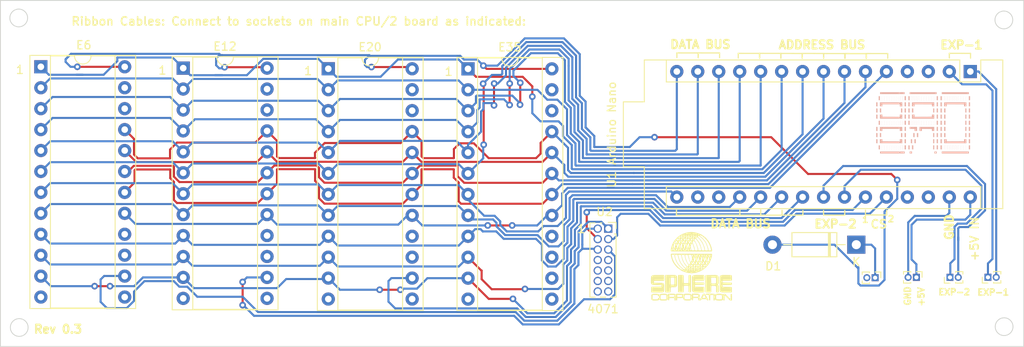
<source format=kicad_pcb>
(kicad_pcb (version 20221018) (generator pcbnew)
  (layers (0 "F.Cu" signal) (31 "B.Cu" signal) (34 "B.Paste" user) (35 "F.Paste" user) (36 "B.SilkS" user "B.Silkscreen") (37 "F.SilkS" user "F.Silkscreen") (38 "B.Mask" user) (39 "F.Mask" user) (44 "Edge.Cuts" user))
  (net 0 "")
  (net 5 "Net-(D1-K)")
  (net 7 "Net-(U1-A6{slash}D20)")
  (net 8 "Net-(U1-A7{slash}D21)")
  (net 10 "Net-(E12-A2)")
  (net 11 "Net-(E12-A1)")
  (net 12 "Net-(E12-A0)")
  (net 13 "Net-(E12-D0)")
  (net 14 "Net-(E12-D1)")
  (net 15 "Net-(E12-D2)")
  (net 16 "Net-(E12-D3)")
  (net 17 "Net-(E12-D4)")
  (net 18 "Net-(E12-D5)")
  (net 19 "Net-(E12-D6)")
  (net 20 "Net-(E12-D7)")
  (net 23 "Net-(E6-~{CS})")
  (net 26 "Net-(E12-A7)")
  (net 27 "Net-(E12-A6)")
  (net 28 "Net-(E12-A5)")
  (net 29 "Net-(E12-A4)")
  (net 30 "Net-(E12-A3)")
  (net 33 "Net-(D1-A)")
  (net 36 "Net-(E12-~{CS})")
  (net 43 "Net-(E20-~{CS})")
  (net 55 "Net-(J2-Pin_1)")
  (net 56 "Net-(J2-Pin_2)")
  (net 57 "Net-(J3-Pin_1)")
  (net 58 "Net-(J3-Pin_2)")
  (net 59 "Net-(J1-Pin_1)")
  (net 60 "Net-(J1-Pin_2)")
  (footprint "Diode_THT:D_DO-41_SOD81_P10.16mm_Horizontal" (layer "F.Cu") (at 193.71 75.64 180)
    (fp_text reference "D1")
    (fp_text value "1N4001")
  )
  (footprint "Package_DIP:DIP-24_W10.16mm_Socket" (layer "F.Cu") (at 146.660522 54.306393)
    (fp_text reference "E35")
    (fp_text value "MM1702A")
  )
  (footprint "Arduino:sphere-corp-board-logo" (layer "F.Cu") (at 173.75 78.25)
    (fp_text reference "G***" hide)
    (fp_text value "LOGO" hide)
  )
  (footprint "Package_DIP:DIP-24_W10.16mm_Socket" (layer "F.Cu") (at 94.900522 54.056393)
    (fp_text reference "E6")
    (fp_text value "MM1702A")
  )
  (footprint "Package_DIP:DIP-24_W10.16mm_Socket" (layer "F.Cu") (at 129.730522 54.296393)
    (fp_text reference "E20")
    (fp_text value "MM1702A")
  )
  (footprint "Connector_PinHeader_1.00mm:PinHeader_1x02_P1.00mm_Vertical" (layer "F.Cu") (at 200.990522 79.606393 -90)
    (fp_text reference "J1" hide)
    (fp_text value "Conn_01x02_Socket" hide)
  )
  (footprint "Connector_PinHeader_1.00mm:PinHeader_1x02_P1.00mm_Vertical" (layer "F.Cu") (at 209.660522 79.596393 90)
    (fp_text reference "J2" hide)
    (fp_text value "Conn_01x02_Socket" hide)
  )
  (footprint "Package_DIP:DIP-24_W10.16mm_Socket" (layer "F.Cu") (at 112.150522 54.216393)
    (fp_text reference "E12")
    (fp_text value "MM1702A")
  )
  (footprint "Connector_PinHeader_1.00mm:PinHeader_1x02_P1.00mm_Vertical" (layer "F.Cu") (at 195.99 79.65 -90)
    (fp_text reference "J4" hide)
    (fp_text value "Conn_01x02_Socket" hide)
  )
  (footprint "Connector_PinSocket_1.27mm:PinSocket_2x07_P1.27mm_Vertical" (layer "F.Cu") (at 163.650522 73.696393)
    (fp_text reference "U3" hide)
    (fp_text value "4071")
  )
  (footprint "Arduino:Arduino_Nano" (layer "F.Cu") (at 207.520522 54.626393 -90)
    (fp_text reference "U1" hide)
    (fp_text value "Arduino_Nano" hide)
  )
  (footprint "Connector_PinHeader_1.00mm:PinHeader_1x02_P1.00mm_Vertical" (layer "F.Cu") (at 205.060522 79.606393 90)
    (fp_text reference "J3" hide)
    (fp_text value "Conn_01x02_Socket" hide)
  )
  (footprint "Arduino:orb-logo" (layer "B.Cu") (at 201.71 61.23 180)
    (fp_text reference "G***" hide)
    (fp_text value "LOGO" hide)
  )
  (gr_line (start 171.970522 52.371393) (end 171.970522 52.941393) (stroke (width 0.15)) (layer "F.SilkS"))
  (gr_line (start 179.405522 52.423893) (end 179.405522 52.993893) (stroke (width 0.15)) (layer "F.SilkS"))
  (gr_line (start 194.915522 52.453893) (end 194.915522 53.023893) (stroke (width 0.15)) (layer "F.SilkS"))
  (gr_line (start 174.570522 52.371393) (end 174.570522 52.941393) (stroke (width 0.15)) (layer "F.SilkS"))
  (gr_line (start 187.175522 52.433893) (end 189.745522 52.438893) (stroke (width 0.15)) (layer "F.SilkS"))
  (gr_line (start 174.540522 52.381393) (end 174.540522 52.951393) (stroke (width 0.15)) (layer "F.SilkS"))
  (gr_line (start 189.745522 52.443893) (end 192.315522 52.448893) (stroke (width 0.15)) (layer "F.SilkS"))
  (gr_line (start 192.315522 52.453893) (end 192.315522 53.023893) (stroke (width 0.15)) (layer "F.SilkS"))
  (gr_line (start 204.980522 52.421393) (end 207.550522 52.426393) (stroke (width 0.15)) (layer "F.SilkS"))
  (gr_line (start 187.145522 52.443893) (end 187.145522 53.013893) (stroke (width 0.15)) (layer "F.SilkS"))
  (gr_line (start 197.390522 72.036393) (end 197.390522 71.466393) (stroke (width 0.15)) (layer "F.SilkS"))
  (gr_line (start 187.240522 72.056393) (end 187.240522 71.486393) (stroke (width 0.15)) (layer "F.SilkS"))
  (gr_line (start 197.515522 52.453893) (end 197.515522 53.023893) (stroke (width 0.15)) (layer "F.SilkS"))
  (gr_line (start 179.405522 52.423893) (end 181.975522 52.428893) (stroke (width 0.15)) (layer "F.SilkS"))
  (gr_line (start 171.920522 71.986393) (end 171.920522 71.416393) (stroke (width 0.15)) (layer "F.SilkS"))
  (gr_line (start 194.945522 52.443893) (end 197.515522 52.448893) (stroke (width 0.15)) (layer "F.SilkS"))
  (gr_line (start 189.745522 52.443893) (end 189.745522 53.013893) (stroke (width 0.15)) (layer "F.SilkS"))
  (gr_line (start 192.345522 52.443893) (end 192.345522 53.013893) (stroke (width 0.15)) (layer "F.SilkS"))
  (gr_line (start 174.570522 52.371393) (end 177.140522 52.376393) (stroke (width 0.15)) (layer "F.SilkS"))
  (gr_line (start 184.575522 52.433893) (end 184.575522 53.003893) (stroke (width 0.15)) (layer "F.SilkS"))
  (gr_line (start 177.140522 52.381393) (end 177.140522 52.951393) (stroke (width 0.15)) (layer "F.SilkS"))
  (gr_line (start 192.345522 52.443893) (end 194.915522 52.448893) (stroke (width 0.15)) (layer "F.SilkS"))
  (gr_line (start 204.980522 52.421393) (end 204.980522 52.991393) (stroke (width 0.15)) (layer "F.SilkS"))
  (gr_line (start 192.310522 72.061393) (end 192.310522 71.491393) (stroke (width 0.15)) (layer "F.SilkS"))
  (gr_line (start 187.175522 52.433893) (end 187.175522 53.003893) (stroke (width 0.15)) (layer "F.SilkS"))
  (gr_line (start 197.390522 72.036393) (end 194.820522 72.031393) (stroke (width 0.15)) (layer "F.SilkS"))
  (gr_line (start 184.575522 52.433893) (end 187.145522 52.438893) (stroke (width 0.15)) (layer "F.SilkS"))
  (gr_line (start 179.600522 71.976393) (end 179.600522 71.406393) (stroke (width 0.15)) (layer "F.SilkS"))
  (gr_line (start 194.820522 72.026393) (end 194.820522 71.456393) (stroke (width 0.15)) (layer "F.SilkS"))
  (gr_line (start 184.575522 52.433893) (end 184.575522 53.003893) (stroke (width 0.15)) (layer "F.SilkS"))
  (gr_line (start 187.240522 72.056393) (end 171.885522 72.071393) (stroke (width 0.15)) (layer "F.SilkS"))
  (gr_line (start 184.710522 72.041393) (end 184.710522 71.471393) (stroke (width 0.15)) (layer "F.SilkS"))
  (gr_line (start 189.745522 52.443893) (end 189.745522 53.013893) (stroke (width 0.15)) (layer "F.SilkS"))
  (gr_line (start 182.005522 52.423893) (end 182.005522 52.993893) (stroke (width 0.15)) (layer "F.SilkS"))
  (gr_line (start 207.550522 52.431393) (end 207.550522 53.001393) (stroke (width 0.15)) (layer "F.SilkS"))
  (gr_line (start 171.970522 52.371393) (end 174.540522 52.376393) (stroke (width 0.15)) (layer "F.SilkS"))
  (gr_line (start 181.975522 52.433893) (end 181.975522 53.003893) (stroke (width 0.15)) (layer "F.SilkS"))
  (gr_line (start 192.345522 52.443893) (end 194.915522 52.448893) (stroke (width 0.15)) (layer "F.SilkS"))
  (gr_line (start 194.915522 52.453893) (end 194.915522 53.023893) (stroke (width 0.15)) (layer "F.SilkS"))
  (gr_line (start 182.130522 71.991393) (end 182.130522 71.421393) (stroke (width 0.15)) (layer "F.SilkS"))
  (gr_line (start 182.005522 52.423893) (end 184.575522 52.428893) (stroke (width 0.15)) (layer "F.SilkS"))
  (gr_line (start 189.740522 72.051393) (end 189.740522 71.481393) (stroke (width 0.15)) (layer "F.SilkS"))
  (gr_line (start 194.945522 52.443893) (end 194.945522 53.013893) (stroke (width 0.15)) (layer "F.SilkS"))
  (gr_line (start 192.310522 72.061393) (end 189.740522 72.056393) (stroke (width 0.15)) (layer "F.SilkS"))
  (gr_line (start 192.345522 52.443893) (end 192.345522 53.013893) (stroke (width 0.15)) (layer "F.SilkS"))
  (gr_rect (start 90 46) (end 214 88) (stroke (width 0.1)) (fill none) (layer "Edge.Cuts"))
  (gr_circle (center 211.62 85.59) (end 212.69 85.47) (stroke (width 0.1)) (fill none) (layer "Edge.Cuts"))
  (gr_circle (center 92.28 85.69) (end 92.16 84.62) (stroke (width 0.1)) (fill none) (layer "Edge.Cuts"))
  (gr_circle (center 92.22 48.13) (end 93.29 48.01) (stroke (width 0.1)) (fill none) (layer "Edge.Cuts"))
  (gr_circle (center 211.59 48.37) (end 211.47 47.3) (stroke (width 0.1)) (fill none) (layer "Edge.Cuts"))
  (gr_text "GND" (at 200.37 83.13 90) (layer "F.SilkS") (effects (font (size 0.75 0.75) (thickness 0.1875) bold) (justify left bottom)))
  (gr_text "1" (at 194.32 73.04) (layer "F.SilkS") (effects (font (size 0.75 0.75) (thickness 0.1875) bold) (justify left bottom)))
  (gr_text "U1 Arduino Nano" (at 164.660522 68.816393 90) (layer "F.SilkS") (effects (font (size 1 1)) (justify left bottom)))
  (gr_text "Rev 0.3" (at 93.93 86.48) (layer "F.SilkS") (effects (font (size 1 1) (thickness 0.25) bold) (justify left bottom)))
  (gr_text "1" (at 109.060522 55.076393) (layer "F.SilkS") (effects (font (size 1 1)) (justify left bottom)))
  (gr_text "+5V IN" (at 208.610522 77.726393 90) (layer "F.SilkS") (effects (font (size 1 1) (thickness 0.1875) bold) (justify left bottom)))
  (gr_text "ADDRESS BUS" (at 184.165522 51.968893) (layer "F.SilkS") (effects (font (size 1 1) (thickness 0.25) bold) (justify left bottom)))
  (gr_text "EXP-2" (at 203.56 81.83) (layer "F.SilkS") (effects (font (size 0.75 0.75) (thickness 0.1875) bold) (justify left bottom)))
  (gr_text "+5V" (at 202.01 83.22 90) (layer "F.SilkS") (effects (font (size 0.75 0.75) (thickness 0.1875) bold) (justify left bottom)))
  (gr_text "EXP-1" (at 208.28 81.86) (layer "F.SilkS") (effects (font (size 0.75 0.75) (thickness 0.1875) bold) (justify left bottom)))
  (gr_text "GND" (at 205.560522 75.196393 90) (layer "F.SilkS") (effects (font (size 1 1) (thickness 0.25) bold) (justify left bottom)))
  (gr_text "EXP-1" (at 203.760522 51.986393) (layer "F.SilkS") (effects (font (size 1 1) (thickness 0.25) bold) (justify left bottom)))
  (gr_text "1" (at 159.800522 74.306393) (layer "F.SilkS") (effects (font (size 1 1)) (justify left bottom)))
  (gr_text "DATA BUS" (at 171.030522 51.926393) (layer "F.SilkS") (effects (font (size 1 1) (thickness 0.25) bold) (justify left bottom)))
  (gr_text "2" (at 197.43 72.96) (layer "F.SilkS") (effects (font (size 0.75 0.75) (thickness 0.1875) bold) (justify left bottom)))
  (gr_text "1" (at 143.740522 55.226393) (layer "F.SilkS") (effects (font (size 1 1)) (justify left bottom)))
  (gr_text "EXP-2" (at 188.500522 73.716393) (layer "F.SilkS") (effects (font (size 1 1) (thickness 0.25) bold) (justify left bottom)))
  (gr_text "DATA BUS" (at 175.900522 73.686393) (layer "F.SilkS") (effects (font (size 1 1) (thickness 0.25) bold) (justify left bottom)))
  (gr_text "1" (at 91.790522 54.996393) (layer "F.SilkS") (effects (font (size 1 1)) (justify left bottom)))
  (gr_text "U2" (at 163.210522 71.656393) (layer "F.SilkS") (effects (font (size 1 1))))
  (gr_text "CS" (at 195.33 73.74) (layer "F.SilkS") (effects (font (size 1 1) (thickness 0.2) bold) (justify left bottom)))
  (gr_text "1" (at 126.710522 55.146393) (layer "F.SilkS") (effects (font (size 1 1)) (justify left bottom)))
  (gr_text "Ribbon Cables: Connect to sockets on main CPU/2 board as indicated:" (at 98.500522 49.116393) (layer "F.SilkS") (effects (font (size 1 1) (thickness 0.1875) bold) (justify left bottom)))
  (segment (start 195.99 76.1) (end 195.53 75.64) (width 0.25) (layer "B.Cu") (net 5))
  (segment (start 195.53 75.64) (end 193.71 75.64) (width 0.25) (layer "B.Cu") (net 5))
  (segment (start 195.99 79.65) (end 195.99 76.1) (width 0.25) (layer "B.Cu") (net 5))
  (segment (start 195.99 79.65) (end 196.05 79.59) (width 0.25) (layer "B.Cu") (net 5))
  (segment (start 161.045022 71.715893) (end 161.045022 73.630893) (width 0.25) (layer "F.Cu") (net 7))
  (segment (start 161.045022 73.630893) (end 162.380522 74.966393) (width 0.25) (layer "F.Cu") (net 7))
  (via (at 161.045022 71.715893) (size 0.8) (drill 0.4) (layers "F.Cu" "B.Cu") (net 7))
  (segment (start 193.260522 71.426393) (end 186.276918 71.426393) (width 0.25) (layer "B.Cu") (net 7))
  (segment (start 184.836918 72.866393) (end 170.124938 72.866393) (width 0.25) (layer "B.Cu") (net 7))
  (segment (start 186.276918 71.426393) (end 184.836918 72.866393) (width 0.25) (layer "B.Cu") (net 7))
  (segment (start 168.699938 71.441393) (end 160.935522 71.441393) (width 0.25) (layer "B.Cu") (net 7))
  (segment (start 160.935522 71.606393) (end 161.045022 71.715893) (width 0.25) (layer "B.Cu") (net 7))
  (segment (start 170.124938 72.866393) (end 168.699938 71.441393) (width 0.25) (layer "B.Cu") (net 7))
  (segment (start 194.820522 69.866393) (end 193.260522 71.426393) (width 0.25) (layer "B.Cu") (net 7))
  (segment (start 160.935522 71.441393) (end 160.935522 71.606393) (width 0.25) (layer "B.Cu") (net 7))
  (segment (start 168.513542 71.891393) (end 165.155522 71.891393) (width 0.25) (layer "B.Cu") (net 8))
  (segment (start 185.023314 73.316393) (end 169.938542 73.316393) (width 0.25) (layer "B.Cu") (net 8))
  (segment (start 165.155522 71.891393) (end 164.730522 72.316393) (width 0.25) (layer "B.Cu") (net 8))
  (segment (start 163.650522 74.966393) (end 163.670522 74.946393) (width 0.25) (layer "B.Cu") (net 8))
  (segment (start 186.463314 71.876393) (end 185.023314 73.316393) (width 0.25) (layer "B.Cu") (net 8))
  (segment (start 164.730522 74.516393) (end 164.300522 74.946393) (width 0.25) (layer "B.Cu") (net 8))
  (segment (start 169.938542 73.316393) (end 168.513542 71.891393) (width 0.25) (layer "B.Cu") (net 8))
  (segment (start 197.360522 69.866393) (end 195.350522 71.876393) (width 0.25) (layer "B.Cu") (net 8))
  (segment (start 164.730522 72.316393) (end 164.730522 74.516393) (width 0.25) (layer "B.Cu") (net 8))
  (segment (start 195.350522 71.876393) (end 186.463314 71.876393) (width 0.25) (layer "B.Cu") (net 8))
  (segment (start 163.670522 74.946393) (end 164.300522 74.946393) (width 0.25) (layer "B.Cu") (net 8))
  (segment (start 154.450522 57.676393) (end 154.450522 56.431088) (width 0.25) (layer "F.Cu") (net 10))
  (segment (start 153.285827 55.266393) (end 147.620522 55.266393) (width 0.25) (layer "F.Cu") (net 10))
  (segment (start 154.450522 56.431088) (end 153.285827 55.266393) (width 0.25) (layer "F.Cu") (net 10))
  (segment (start 147.620522 55.266393) (end 146.660522 54.306393) (width 0.25) (layer "F.Cu") (net 10))
  (via (at 154.450522 57.676393) (size 0.8) (drill 0.4) (layers "F.Cu" "B.Cu") (net 10))
  (segment (start 112.150522 54.216393) (end 110.865522 52.931393) (width 0.25) (layer "B.Cu") (net 10))
  (segment (start 158.170522 62.486393) (end 158.170522 61.216393) (width 0.25) (layer "B.Cu") (net 10))
  (segment (start 128.525522 53.091393) (end 121.844531 53.091393) (width 0.25) (layer "B.Cu") (net 10))
  (segment (start 113.011513 55.077384) (end 112.150522 54.216393) (width 0.25) (layer "B.Cu") (net 10))
  (segment (start 110.865522 52.931393) (end 104.165522 52.931393) (width 0.25) (layer "B.Cu") (net 10))
  (segment (start 182.313542 66.491393) (end 159.311918 66.491393) (width 0.25) (layer "B.Cu") (net 10))
  (segment (start 102.504531 55.021393) (end 99.210522 55.021393) (width 0.25) (layer "B.Cu") (net 10))
  (segment (start 154.450522 59.686393) (end 154.450522 57.676393) (width 0.25) (layer "B.Cu") (net 10))
  (segment (start 159.230522 63.546393) (end 158.170522 62.486393) (width 0.25) (layer "B.Cu") (net 10))
  (segment (start 129.730522 54.296393) (end 128.525522 53.091393) (width 0.25) (layer "B.Cu") (net 10))
  (segment (start 104.165522 53.360402) (end 102.504531 55.021393) (width 0.25) (layer "B.Cu") (net 10))
  (segment (start 99.980522 55.021393) (end 95.865522 55.021393) (width 0.25) (layer "B.Cu") (net 10))
  (segment (start 138.160522 53.171393) (end 136.070522 55.261393) (width 0.25) (layer "B.Cu") (net 10))
  (segment (start 130.695522 55.261393) (end 129.730522 54.296393) (width 0.25) (layer "B.Cu") (net 10))
  (segment (start 119.85854 55.077384) (end 116.010522 55.077384) (width 0.25) (layer "B.Cu") (net 10))
  (segment (start 95.865522 55.021393) (end 94.900522 54.056393) (width 0.25) (layer "B.Cu") (net 10))
  (segment (start 155.440522 60.676393) (end 154.450522 59.686393) (width 0.25) (layer "B.Cu") (net 10))
  (segment (start 146.660522 54.306393) (end 145.525522 53.171393) (width 0.25) (layer "B.Cu") (net 10))
  (segment (start 121.844531 53.091393) (end 119.85854 55.077384) (width 0.25) (layer "B.Cu") (net 10))
  (segment (start 145.525522 53.171393) (end 138.160522 53.171393) (width 0.25) (layer "B.Cu") (net 10))
  (segment (start 116.890522 55.077384) (end 113.011513 55.077384) (width 0.25) (layer "B.Cu") (net 10))
  (segment (start 184.660522 64.144413) (end 182.313542 66.491393) (width 0.25) (layer "B.Cu") (net 10))
  (segment (start 159.311918 66.491393) (end 159.230522 66.409997) (width 0.25) (layer "B.Cu") (net 10))
  (segment (start 184.660522 54.626393) (end 184.660522 64.144413) (width 0.25) (layer "B.Cu") (net 10))
  (segment (start 136.070522 55.261393) (end 130.695522 55.261393) (width 0.25) (layer "B.Cu") (net 10))
  (segment (start 104.165522 52.931393) (end 104.165522 53.360402) (width 0.25) (layer "B.Cu") (net 10))
  (segment (start 159.230522 66.409997) (end 159.230522 63.546393) (width 0.25) (layer "B.Cu") (net 10))
  (segment (start 158.170522 61.216393) (end 157.630522 60.676393) (width 0.25) (layer "B.Cu") (net 10))
  (segment (start 157.630522 60.676393) (end 155.440522 60.676393) (width 0.25) (layer "B.Cu") (net 10))
  (segment (start 145.525522 55.711393) (end 130.855522 55.711393) (width 0.25) (layer "B.Cu") (net 11))
  (segment (start 112.150522 56.756393) (end 110.865522 55.471393) (width 0.25) (layer "B.Cu") (net 11))
  (segment (start 182.120522 66.016393) (end 182.095522 66.041393) (width 0.25) (layer "B.Cu") (net 11))
  (segment (start 159.735522 66.041393) (end 159.680522 65.986393) (width 0.25) (layer "B.Cu") (net 11))
  (segment (start 158.65872 62.338195) (end 158.65872 59.214591) (width 0.25) (layer "B.Cu") (net 11))
  (segment (start 182.095522 66.041393) (end 159.735522 66.041393) (width 0.25) (layer "B.Cu") (net 11))
  (segment (start 128.421513 55.527384) (end 113.379531 55.527384) (width 0.25) (layer "B.Cu") (net 11))
  (segment (start 159.680522 65.986393) (end 159.680522 63.359997) (width 0.25) (layer "B.Cu") (net 11))
  (segment (start 155.070022 56.845893) (end 146.661022 56.845893) (width 0.25) (layer "B.Cu") (net 11))
  (segment (start 157.490522 58.046393) (end 156.270522 58.046393) (width 0.25) (layer "B.Cu") (net 11))
  (segment (start 158.65872 59.214591) (end 157.490522 58.046393) (width 0.25) (layer "B.Cu") (net 11))
  (segment (start 146.661022 56.845893) (end 146.660522 56.846393) (width 0.25) (layer "B.Cu") (net 11))
  (segment (start 146.660522 56.846393) (end 145.525522 55.711393) (width 0.25) (layer "B.Cu") (net 11))
  (segment (start 156.270522 58.046393) (end 155.070022 56.845893) (width 0.25) (layer "B.Cu") (net 11))
  (segment (start 96.025522 55.471393) (end 94.900522 56.596393) (width 0.25) (layer "B.Cu") (net 11))
  (segment (start 110.865522 55.471393) (end 96.025522 55.471393) (width 0.25) (layer "B.Cu") (net 11))
  (segment (start 113.379531 55.527384) (end 112.150522 56.756393) (width 0.25) (layer "B.Cu") (net 11))
  (segment (start 129.730522 56.836393) (end 128.421513 55.527384) (width 0.25) (layer "B.Cu") (net 11))
  (segment (start 130.855522 55.711393) (end 129.730522 56.836393) (width 0.25) (layer "B.Cu") (net 11))
  (segment (start 159.680522 63.359997) (end 158.65872 62.338195) (width 0.25) (layer "B.Cu") (net 11))
  (segment (start 182.120522 54.626393) (end 182.120522 66.016393) (width 0.25) (layer "B.Cu") (net 11))
  (segment (start 152.990522 55.996393) (end 152.990522 58.626393) (width 0.25) (layer "F.Cu") (net 12))
  (via (at 152.990522 55.996393) (size 0.8) (drill 0.4) (layers "F.Cu" "B.Cu") (net 12))
  (via (at 152.960522 58.656393) (size 0.8) (drill 0.4) (layers "F.Cu" "B.Cu") (net 12))
  (segment (start 179.580522 54.626393) (end 179.580522 65.476393) (width 0.25) (layer "B.Cu") (net 12))
  (segment (start 160.165522 65.591393) (end 160.130522 65.556393) (width 0.25) (layer "B.Cu") (net 12))
  (segment (start 129.730522 59.376393) (end 128.525522 58.171393) (width 0.25) (layer "B.Cu") (net 12))
  (segment (start 159.10872 62.151799) (end 159.10872 59.028195) (width 0.25) (layer "B.Cu") (net 12))
  (segment (start 154.280522 52.406393) (end 152.160522 54.526393) (width 0.25) (layer "B.Cu") (net 12))
  (segment (start 158.400522 58.319997) (end 158.400522 53.266393) (width 0.25) (layer "B.Cu") (net 12))
  (segment (start 179.465522 65.591393) (end 160.165522 65.591393) (width 0.25) (layer "B.Cu") (net 12))
  (segment (start 152.030522 57.556393) (end 152.960522 58.486393) (width 0.25) (layer "B.Cu") (net 12))
  (segment (start 157.540522 52.406393) (end 154.280522 52.406393) (width 0.25) (layer "B.Cu") (net 12))
  (segment (start 96.315522 57.721393) (end 94.900522 59.136393) (width 0.25) (layer "B.Cu") (net 12))
  (segment (start 147.620522 57.636393) (end 147.700522 57.556393) (width 0.25) (layer "B.Cu") (net 12))
  (segment (start 158.400522 53.266393) (end 157.540522 52.406393) (width 0.25) (layer "B.Cu") (net 12))
  (segment (start 159.10872 59.028195) (end 158.400522 58.319997) (width 0.25) (layer "B.Cu") (net 12))
  (segment (start 146.660522 59.386393) (end 145.235522 57.961393) (width 0.25) (layer "B.Cu") (net 12))
  (segment (start 145.235522 57.961393) (end 131.145522 57.961393) (width 0.25) (layer "B.Cu") (net 12))
  (segment (start 152.960522 58.486393) (end 152.960522 58.656393) (width 0.25) (layer "B.Cu") (net 12))
  (segment (start 110.575522 57.721393) (end 96.315522 57.721393) (width 0.25) (layer "B.Cu") (net 12))
  (segment (start 147.620522 58.426393) (end 147.620522 57.636393) (width 0.25) (layer "B.Cu") (net 12))
  (segment (start 131.145522 57.961393) (end 129.730522 59.376393) (width 0.25) (layer "B.Cu") (net 12))
  (segment (start 128.525522 58.171393) (end 113.275522 58.171393) (width 0.25) (layer "B.Cu") (net 12))
  (segment (start 147.700522 57.556393) (end 152.030522 57.556393) (width 0.25) (layer "B.Cu") (net 12))
  (segment (start 113.275522 58.171393) (end 112.150522 59.296393) (width 0.25) (layer "B.Cu") (net 12))
  (segment (start 152.160522 54.526393) (end 152.160522 55.166393) (width 0.25) (layer "B.Cu") (net 12))
  (segment (start 160.130522 63.173601) (end 159.10872 62.151799) (width 0.25) (layer "B.Cu") (net 12))
  (segment (start 152.160522 55.166393) (end 152.990522 55.996393) (width 0.25) (layer "B.Cu") (net 12))
  (segment (start 160.130522 65.556393) (end 160.130522 63.173601) (width 0.25) (layer "B.Cu") (net 12))
  (segment (start 112.150522 59.296393) (end 110.575522 57.721393) (width 0.25) (layer "B.Cu") (net 12))
  (segment (start 179.580522 65.476393) (end 179.465522 65.591393) (width 0.25) (layer "B.Cu") (net 12))
  (segment (start 146.660522 59.386393) (end 147.620522 58.426393) (width 0.25) (layer "B.Cu") (net 12))
  (segment (start 151.700522 58.686393) (end 151.700522 56.096393) (width 0.25) (layer "F.Cu") (net 13))
  (via (at 151.710522 56.086393) (size 0.8) (drill 0.4) (layers "F.Cu" "B.Cu") (net 13))
  (via (at 151.700522 58.686393) (size 0.8) (drill 0.4) (layers "F.Cu" "B.Cu") (net 13))
  (segment (start 112.150522 61.836393) (end 110.575522 60.261393) (width 0.25) (layer "B.Cu") (net 13))
  (segment (start 113.565522 60.421393) (end 112.150522 61.836393) (width 0.25) (layer "B.Cu") (net 13))
  (segment (start 158.850522 53.079997) (end 157.726918 51.956393) (width 0.25) (layer "B.Cu") (net 13))
  (segment (start 146.660522 61.926393) (end 147.785522 60.801393) (width 0.25) (layer "B.Cu") (net 13))
  (segment (start 146.660522 61.926393) (end 145.235522 60.501393) (width 0.25) (layer "B.Cu") (net 13))
  (segment (start 110.575522 60.261393) (end 96.315522 60.261393) (width 0.25) (layer "B.Cu") (net 13))
  (segment (start 147.785522 59.296393) (end 148.070522 59.011393) (width 0.25) (layer "B.Cu") (net 13))
  (segment (start 158.850522 53.936393) (end 158.850522 53.079997) (width 0.25) (layer "B.Cu") (net 13))
  (segment (start 151.710522 54.339997) (end 151.710522 56.086393) (width 0.25) (layer "B.Cu") (net 13))
  (segment (start 154.094126 51.956393) (end 151.710522 54.339997) (width 0.25) (layer "B.Cu") (net 13))
  (segment (start 145.235522 60.501393) (end 131.145522 60.501393) (width 0.25) (layer "B.Cu") (net 13))
  (segment (start 147.785522 60.801393) (end 147.785522 59.296393) (width 0.25) (layer "B.Cu") (net 13))
  (segment (start 131.145522 60.501393) (end 129.730522 61.916393) (width 0.25) (layer "B.Cu") (net 13))
  (segment (start 160.580522 62.987205) (end 159.55872 61.965403) (width 0.25) (layer "B.Cu") (net 13))
  (segment (start 148.070522 59.011393) (end 148.070522 58.006393) (width 0.25) (layer "B.Cu") (net 13))
  (segment (start 96.315522 60.261393) (end 94.900522 61.676393) (width 0.25) (layer "B.Cu") (net 13))
  (segment (start 159.55872 58.841799) (end 158.850522 58.133601) (width 0.25) (layer "B.Cu") (net 13))
  (segment (start 177.040522 65.111393) (end 177.010522 65.141393) (width 0.25) (layer "B.Cu") (net 13))
  (segment (start 151.020522 58.006393) (end 151.700522 58.686393) (width 0.25) (layer "B.Cu") (net 13))
  (segment (start 157.726918 51.956393) (end 154.094126 51.956393) (width 0.25) (layer "B.Cu") (net 13))
  (segment (start 148.070522 58.006393) (end 151.020522 58.006393) (width 0.25) (layer "B.Cu") (net 13))
  (segment (start 159.55872 61.965403) (end 159.55872 58.841799) (width 0.25) (layer "B.Cu") (net 13))
  (segment (start 129.730522 61.916393) (end 128.235522 60.421393) (width 0.25) (layer "B.Cu") (net 13))
  (segment (start 160.580522 65.116393) (end 160.580522 62.987205) (width 0.25) (layer "B.Cu") (net 13))
  (segment (start 177.040522 54.626393) (end 177.040522 65.111393) (width 0.25) (layer "B.Cu") (net 13))
  (segment (start 158.850522 58.133601) (end 158.850522 53.936393) (width 0.25) (layer "B.Cu") (net 13))
  (segment (start 128.235522 60.421393) (end 113.565522 60.421393) (width 0.25) (layer "B.Cu") (net 13))
  (segment (start 177.010522 65.141393) (end 160.605522 65.141393) (width 0.25) (layer "B.Cu") (net 13))
  (segment (start 160.605522 65.141393) (end 160.580522 65.116393) (width 0.25) (layer "B.Cu") (net 13))
  (segment (start 149.810522 56.106393) (end 149.830522 56.086393) (width 0.25) (layer "F.Cu") (net 14))
  (segment (start 149.810522 58.730893) (end 149.810522 56.106393) (width 0.25) (layer "F.Cu") (net 14))
  (via (at 149.810522 58.730893) (size 0.8) (drill 0.4) (layers "F.Cu" "B.Cu") (net 14))
  (via (at 149.830522 56.086393) (size 0.8) (drill 0.4) (layers "F.Cu" "B.Cu") (net 14))
  (segment (start 159.300522 52.893601) (end 157.913314 51.506393) (width 0.25) (layer "B.Cu") (net 14))
  (segment (start 131.145522 63.041393) (end 129.730522 64.456393) (width 0.25) (layer "B.Cu") (net 14))
  (segment (start 148.235522 59.482789) (end 148.235522 61.942384) (width 0.25) (layer "B.Cu") (net 14))
  (segment (start 96.025522 63.091393) (end 94.900522 64.216393) (width 0.25) (layer "B.Cu") (net 14))
  (segment (start 153.90773 51.506393) (end 151.260522 54.153601) (width 0.25) (layer "B.Cu") (net 14))
  (segment (start 151.260522 54.153601) (end 151.260522 55.106393) (width 0.25) (layer "B.Cu") (net 14))
  (segment (start 146.660522 64.466393) (end 145.235522 63.041393) (width 0.25) (layer "B.Cu") (net 14))
  (segment (start 160.00872 61.779007) (end 160.00872 58.655403) (width 0.25) (layer "B.Cu") (net 14))
  (segment (start 146.660522 63.517384) (end 146.660522 64.466393) (width 0.25) (layer "B.Cu") (net 14))
  (segment (start 150.280522 56.086393) (end 149.830522 56.086393) (width 0.25) (layer "B.Cu") (net 14))
  (segment (start 110.865522 63.091393) (end 96.025522 63.091393) (width 0.25) (layer "B.Cu") (net 14))
  (segment (start 161.030522 62.800809) (end 160.00872 61.779007) (width 0.25) (layer "B.Cu") (net 14))
  (segment (start 145.235522 63.041393) (end 131.145522 63.041393) (width 0.25) (layer "B.Cu") (net 14))
  (segment (start 174.500522 64.626393) (end 174.435522 64.691393) (width 0.25) (layer "B.Cu") (net 14))
  (segment (start 112.150522 64.376393) (end 110.865522 63.091393) (width 0.25) (layer "B.Cu") (net 14))
  (segment (start 148.520522 58.456393) (end 148.520522 59.197789) (width 0.25) (layer "B.Cu") (net 14))
  (segment (start 161.035522 64.691393) (end 161.030522 64.686393) (width 0.25) (layer "B.Cu") (net 14))
  (segment (start 128.525522 63.251393) (end 113.275522 63.251393) (width 0.25) (layer "B.Cu") (net 14))
  (segment (start 151.260522 55.106393) (end 150.280522 56.086393) (width 0.25) (layer "B.Cu") (net 14))
  (segment (start 148.520522 59.197789) (end 148.235522 59.482789) (width 0.25) (layer "B.Cu") (net 14))
  (segment (start 149.810522 58.730893) (end 149.810522 58.696393) (width 0.25) (layer "B.Cu") (net 14))
  (segment (start 161.030522 64.686393) (end 161.030522 62.800809) (width 0.25) (layer "B.Cu") (net 14))
  (segment (start 159.300522 57.947205) (end 159.300522 52.893601) (width 0.25) (layer "B.Cu") (net 14))
  (segment (start 129.730522 64.456393) (end 128.525522 63.251393) (width 0.25) (layer "B.Cu") (net 14))
  (segment (start 113.275522 63.251393) (end 112.150522 64.376393) (width 0.25) (layer "B.Cu") (net 14))
  (segment (start 157.913314 51.506393) (end 153.90773 51.506393) (width 0.25) (layer "B.Cu") (net 14))
  (segment (start 149.570522 58.456393) (end 148.520522 58.456393) (width 0.25) (layer "B.Cu") (net 14))
  (segment (start 174.500522 54.626393) (end 174.500522 64.626393) (width 0.25) (layer "B.Cu") (net 14))
  (segment (start 148.235522 61.942384) (end 146.660522 63.517384) (width 0.25) (layer "B.Cu") (net 14))
  (segment (start 174.435522 64.691393) (end 161.035522 64.691393) (width 0.25) (layer "B.Cu") (net 14))
  (segment (start 160.00872 58.655403) (end 159.300522 57.947205) (width 0.25) (layer "B.Cu") (net 14))
  (segment (start 149.810522 58.696393) (end 149.570522 58.456393) (width 0.25) (layer "B.Cu") (net 14))
  (segment (start 148.557821 63.509094) (end 148.557821 56.173692) (width 0.25) (layer "F.Cu") (net 15))
  (segment (start 148.557821 56.173692) (end 148.490522 56.106393) (width 0.25) (layer "F.Cu") (net 15))
  (via (at 148.557821 63.509094) (size 0.8) (drill 0.4) (layers "F.Cu" "B.Cu") (net 15))
  (via (at 148.490522 56.106393) (size 0.8) (drill 0.4) (layers "F.Cu" "B.Cu") (net 15))
  (segment (start 129.730522 66.996393) (end 128.525522 65.791393) (width 0.25) (layer "B.Cu") (net 15))
  (segment (start 171.775522 64.241393) (end 168.820522 64.241393) (width 0.25) (layer "B.Cu") (net 15))
  (segment (start 158.09971 51.056393) (end 153.721334 51.056393) (width 0.25) (layer "B.Cu") (net 15))
  (segment (start 171.960522 54.626393) (end 171.960522 62.886393) (width 0.25) (layer "B.Cu") (net 15))
  (segment (start 161.480522 64.166393) (end 161.480522 62.614413) (width 0.25) (layer "B.Cu") (net 15))
  (segment (start 160.45872 58.469007) (end 159.750522 57.760809) (width 0.25) (layer "B.Cu") (net 15))
  (segment (start 159.750522 53.586393) (end 159.750522 52.707205) (width 0.25) (layer "B.Cu") (net 15))
  (segment (start 148.500522 65.166393) (end 148.500522 63.566393) (width 0.25) (layer "B.Cu") (net 15))
  (segment (start 153.721334 51.056393) (end 150.810522 53.967205) (width 0.25) (layer "B.Cu") (net 15))
  (segment (start 96.025522 65.631393) (end 94.900522 66.756393) (width 0.25) (layer "B.Cu") (net 15))
  (segment (start 161.480522 62.614413) (end 160.45872 61.592611) (width 0.25) (layer "B.Cu") (net 15))
  (segment (start 146.660522 67.006393) (end 145.525522 65.871393) (width 0.25) (layer "B.Cu") (net 15))
  (segment (start 113.275522 65.791393) (end 112.150522 66.916393) (width 0.25) (layer "B.Cu") (net 15))
  (segment (start 171.960522 62.886393) (end 171.960522 64.056393) (width 0.25) (layer "B.Cu") (net 15))
  (segment (start 145.525522 65.871393) (end 130.855522 65.871393) (width 0.25) (layer "B.Cu") (net 15))
  (segment (start 150.810522 53.967205) (end 150.810522 54.906393) (width 0.25) (layer "B.Cu") (net 15))
  (segment (start 150.680522 55.036393) (end 149.560522 55.036393) (width 0.25) (layer "B.Cu") (net 15))
  (segment (start 148.500522 63.566393) (end 148.557821 63.509094) (width 0.25) (layer "B.Cu") (net 15))
  (segment (start 128.525522 65.791393) (end 113.275522 65.791393) (width 0.25) (layer "B.Cu") (net 15))
  (segment (start 159.750522 57.760809) (end 159.750522 53.586393) (width 0.25) (layer "B.Cu") (net 15))
  (segment (start 130.855522 65.871393) (end 129.730522 66.996393) (width 0.25) (layer "B.Cu") (net 15))
  (segment (start 159.750522 52.707205) (end 158.09971 51.056393) (width 0.25) (layer "B.Cu") (net 15))
  (segment (start 161.555522 64.241393) (end 161.480522 64.166393) (width 0.25) (layer "B.Cu") (net 15))
  (segment (start 150.810522 54.906393) (end 150.680522 55.036393) (width 0.25) (layer "B.Cu") (net 15))
  (segment (start 168.820522 64.241393) (end 162.195522 64.241393) (width 0.25) (layer "B.Cu") (net 15))
  (segment (start 162.195522 64.241393) (end 161.555522 64.241393) (width 0.25) (layer "B.Cu") (net 15))
  (segment (start 112.150522 66.916393) (end 110.865522 65.631393) (width 0.25) (layer "B.Cu") (net 15))
  (segment (start 159.750522 54.956393) (end 159.750522 52.707205) (width 0.25) (layer "B.Cu") (net 15))
  (segment (start 110.865522 65.631393) (end 96.025522 65.631393) (width 0.25) (layer "B.Cu") (net 15))
  (segment (start 146.660522 67.006393) (end 148.500522 65.166393) (width 0.25) (layer "B.Cu") (net 15))
  (segment (start 160.45872 61.592611) (end 160.45872 58.469007) (width 0.25) (layer "B.Cu") (net 15))
  (segment (start 171.960522 64.056393) (end 171.775522 64.241393) (width 0.25) (layer "B.Cu") (net 15))
  (segment (start 149.560522 55.036393) (end 148.490522 56.106393) (width 0.25) (layer "B.Cu") (net 15))
  (segment (start 157.530522 73.376393) (end 155.830522 73.376393) (width 0.25) (layer "B.Cu") (net 16))
  (segment (start 96.025522 68.171393) (end 94.900522 69.296393) (width 0.25) (layer "B.Cu") (net 16))
  (segment (start 148.615522 72.131393) (end 146.660522 70.176393) (width 0.25) (layer "B.Cu") (net 16))
  (segment (start 158.520522 69.602789) (end 158.520522 72.386393) (width 0.25) (layer "B.Cu") (net 16))
  (segment (start 146.660522 69.546393) (end 145.525522 68.411393) (width 0.25) (layer "B.Cu") (net 16))
  (segment (start 146.660522 70.176393) (end 146.660522 69.546393) (width 0.25) (layer "B.Cu") (net 16))
  (segment (start 149.881918 72.131393) (end 148.615522 72.131393) (width 0.25) (layer "B.Cu") (net 16))
  (segment (start 158.931918 69.191393) (end 158.520522 69.602789) (width 0.25) (layer "B.Cu") (net 16))
  (segment (start 150.560522 73.236393) (end 150.560522 72.809997) (width 0.25) (layer "B.Cu") (net 16))
  (segment (start 150.560522 72.809997) (end 149.881918 72.131393) (width 0.25) (layer "B.Cu") (net 16))
  (segment (start 155.830522 73.376393) (end 155.175522 74.031393) (width 0.25) (layer "B.Cu") (net 16))
  (segment (start 128.525522 68.331393) (end 113.275522 68.331393) (width 0.25) (layer "B.Cu") (net 16))
  (segment (start 151.355522 74.031393) (end 150.560522 73.236393) (width 0.25) (layer "B.Cu") (net 16))
  (segment (start 145.525522 68.411393) (end 130.855522 68.411393) (width 0.25) (layer "B.Cu") (net 16))
  (segment (start 113.275522 68.331393) (end 112.150522 69.456393) (width 0.25) (layer "B.Cu") (net 16))
  (segment (start 129.730522 69.536393) (end 128.525522 68.331393) (width 0.25) (layer "B.Cu") (net 16))
  (segment (start 112.150522 69.456393) (end 110.865522 68.171393) (width 0.25) (layer "B.Cu") (net 16))
  (segment (start 130.855522 68.411393) (end 129.730522 69.536393) (width 0.25) (layer "B.Cu") (net 16))
  (segment (start 158.520522 72.386393) (end 157.530522 73.376393) (width 0.25) (layer "B.Cu") (net 16))
  (segment (start 155.175522 74.031393) (end 151.355522 74.031393) (width 0.25) (layer "B.Cu") (net 16))
  (segment (start 110.865522 68.171393) (end 96.025522 68.171393) (width 0.25) (layer "B.Cu") (net 16))
  (segment (start 171.285522 69.191393) (end 158.931918 69.191393) (width 0.25) (layer "B.Cu") (net 16))
  (segment (start 171.960522 69.866393) (end 171.285522 69.191393) (width 0.25) (layer "B.Cu") (net 16))
  (segment (start 157.620522 75.846393) (end 156.449531 75.846393) (width 0.25) (layer "B.Cu") (net 17))
  (segment (start 96.025522 70.711393) (end 94.900522 71.836393) (width 0.25) (layer "B.Cu") (net 17))
  (segment (start 155.084531 74.481393) (end 151.169126 74.481393) (width 0.25) (layer "B.Cu") (net 17))
  (segment (start 149.695522 72.581393) (end 147.155522 72.581393) (width 0.25) (layer "B.Cu") (net 17))
  (segment (start 145.525522 70.951393) (end 130.855522 70.951393) (width 0.25) (layer "B.Cu") (net 17))
  (segment (start 130.855522 70.951393) (end 129.730522 72.076393) (width 0.25) (layer "B.Cu") (net 17))
  (segment (start 159.325522 69.641393) (end 158.970522 69.996393) (width 0.25) (layer "B.Cu") (net 17))
  (segment (start 147.155522 72.581393) (end 146.660522 72.086393) (width 0.25) (layer "B.Cu") (net 17))
  (segment (start 110.865522 70.711393) (end 96.025522 70.711393) (width 0.25) (layer "B.Cu") (net 17))
  (segment (start 113.275522 70.871393) (end 112.150522 71.996393) (width 0.25) (layer "B.Cu") (net 17))
  (segment (start 150.110522 72.996393) (end 149.695522 72.581393) (width 0.25) (layer "B.Cu") (net 17))
  (segment (start 178.380522 71.066393) (end 170.870522 71.066393) (width 0.25) (layer "B.Cu") (net 17))
  (segment (start 158.970522 72.572789) (end 158.260522 73.282789) (width 0.25) (layer "B.Cu") (net 17))
  (segment (start 155.180522 74.577384) (end 155.084531 74.481393) (width 0.25) (layer "B.Cu") (net 17))
  (segment (start 179.580522 69.866393) (end 178.380522 71.066393) (width 0.25) (layer "B.Cu") (net 17))
  (segment (start 158.260522 75.206393) (end 157.620522 75.846393) (width 0.25) (layer "B.Cu") (net 17))
  (segment (start 112.150522 71.996393) (end 110.865522 70.711393) (width 0.25) (layer "B.Cu") (net 17))
  (segment (start 158.970522 69.996393) (end 158.970522 72.572789) (width 0.25) (layer "B.Cu") (net 17))
  (segment (start 151.169126 74.481393) (end 150.110522 73.422789) (width 0.25) (layer "B.Cu") (net 17))
  (segment (start 150.110522 73.422789) (end 150.110522 72.996393) (width 0.25) (layer "B.Cu") (net 17))
  (segment (start 169.445522 69.641393) (end 159.325522 69.641393) (width 0.25) (layer "B.Cu") (net 17))
  (segment (start 129.730522 72.076393) (end 128.525522 70.871393) (width 0.25) (layer "B.Cu") (net 17))
  (segment (start 158.260522 73.282789) (end 158.260522 75.206393) (width 0.25) (layer "B.Cu") (net 17))
  (segment (start 156.449531 75.846393) (end 155.180522 74.577384) (width 0.25) (layer "B.Cu") (net 17))
  (segment (start 146.660522 72.086393) (end 145.525522 70.951393) (width 0.25) (layer "B.Cu") (net 17))
  (segment (start 128.525522 70.871393) (end 113.275522 70.871393) (width 0.25) (layer "B.Cu") (net 17))
  (segment (start 170.870522 71.066393) (end 169.445522 69.641393) (width 0.25) (layer "B.Cu") (net 17))
  (segment (start 148.445522 74.021393) (end 148.180522 73.756393) (width 0.25) (layer "B.Cu") (net 18))
  (segment (start 112.150522 74.536393) (end 111.185522 75.501393) (width 0.25) (layer "B.Cu") (net 18))
  (segment (start 155.620522 75.65378) (end 154.898135 74.931393) (width 0.25) (layer "B.Cu") (net 18))
  (segment (start 159.420522 70.182789) (end 159.420522 72.759185) (width 0.25) (layer "B.Cu") (net 18))
  (segment (start 155.620522 77.557384) (end 155.620522 75.65378) (width 0.25) (layer "B.Cu") (net 18))
  (segment (start 145.545522 75.741393) (end 130.855522 75.741393) (width 0.25) (layer "B.Cu") (net 18))
  (segment (start 156.354531 78.291393) (end 155.620522 77.557384) (width 0.25) (layer "B.Cu") (net 18))
  (segment (start 148.445522 74.031393) (end 148.445522 74.021393) (width 0.25) (layer "B.Cu") (net 18))
  (segment (start 159.420522 72.759185) (end 158.710522 73.469185) (width 0.25) (layer "B.Cu") (net 18))
  (segment (start 146.660522 74.626393) (end 145.545522 75.741393) (width 0.25) (layer "B.Cu") (net 18))
  (segment (start 113.275522 75.661393) (end 112.150522 74.536393) (width 0.25) (layer "B.Cu") (net 18))
  (segment (start 180.470522 71.516393) (end 170.684126 71.516393) (width 0.25) (layer "B.Cu") (net 18))
  (segment (start 158.240522 77.366393) (end 157.315522 78.291393) (width 0.25) (layer "B.Cu") (net 18))
  (segment (start 157.250522 78.291393) (end 156.354531 78.291393) (width 0.25) (layer "B.Cu") (net 18))
  (segment (start 182.120522 69.866393) (end 180.470522 71.516393) (width 0.25) (layer "B.Cu") (net 18))
  (segment (start 169.259126 70.091393) (end 159.511918 70.091393) (width 0.25) (layer "B.Cu") (net 18))
  (segment (start 129.730522 74.616393) (end 128.685522 75.661393) (width 0.25) (layer "B.Cu") (net 18))
  (segment (start 170.684126 71.516393) (end 169.259126 70.091393) (width 0.25) (layer "B.Cu") (net 18))
  (segment (start 159.511918 70.091393) (end 159.420522 70.182789) (width 0.25) (layer "B.Cu") (net 18))
  (segment (start 158.710522 75.392789) (end 158.240522 75.862789) (width 0.25) (layer "B.Cu") (net 18))
  (segment (start 130.855522 75.741393) (end 129.730522 74.616393) (width 0.25) (layer "B.Cu") (net 18))
  (segment (start 111.185522 75.501393) (end 96.025522 75.501393) (width 0.25) (layer "B.Cu") (net 18))
  (segment (start 157.315522 78.291393) (end 157.250522 78.291393) (width 0.25) (layer "B.Cu") (net 18))
  (segment (start 128.685522 75.661393) (end 113.275522 75.661393) (width 0.25) (layer "B.Cu") (net 18))
  (segment (start 158.240522 75.862789) (end 158.240522 77.366393) (width 0.25) (layer "B.Cu") (net 18))
  (segment (start 96.025522 75.501393) (end 94.900522 74.376393) (width 0.25) (layer "B.Cu") (net 18))
  (segment (start 150.08273 74.031393) (end 148.445522 74.031393) (width 0.25) (layer "B.Cu") (net 18))
  (segment (start 147.530522 73.756393) (end 146.660522 74.626393) (width 0.25) (layer "B.Cu") (net 18))
  (segment (start 148.180522 73.756393) (end 147.530522 73.756393) (width 0.25) (layer "B.Cu") (net 18))
  (segment (start 154.898135 74.931393) (end 150.98273 74.931393) (width 0.25) (layer "B.Cu") (net 18))
  (segment (start 158.710522 73.469185) (end 158.710522 75.392789) (width 0.25) (layer "B.Cu") (net 18))
  (segment (start 150.98273 74.931393) (end 150.08273 74.031393) (width 0.25) (layer "B.Cu") (net 18))
  (segment (start 149.530522 81.046393) (end 153.530522 81.046393) (width 0.25) (layer "F.Cu") (net 19))
  (segment (start 146.660522 77.166393) (end 148.270522 78.776393) (width 0.25) (layer "F.Cu") (net 19))
  (segment (start 148.310522 79.826393) (end 149.530522 81.046393) (width 0.25) (layer "F.Cu") (net 19))
  (segment (start 148.310522 78.776393) (end 148.310522 79.826393) (width 0.25) (layer "F.Cu") (net 19))
  (segment (start 148.270522 78.776393) (end 148.310522 78.776393) (width 0.25) (layer "F.Cu") (net 19))
  (segment (start 153.530522 81.046393) (end 153.560522 81.016393) (width 0.25) (layer "F.Cu") (net 19))
  (via (at 153.560522 81.016393) (size 0.8) (drill 0.4) (layers "F.Cu" "B.Cu") (net 19))
  (segment (start 158.200522 80.396393) (end 158.200522 78.042789) (width 0.25) (layer "B.Cu") (net 19))
  (segment (start 159.870522 72.945581) (end 159.870522 70.546393) (width 0.25) (layer "B.Cu") (net 19))
  (segment (start 182.560522 71.966393) (end 184.660522 69.866393) (width 0.25) (layer "B.Cu") (net 19))
  (segment (start 112.150522 77.076393) (end 111.185522 78.041393) (width 0.25) (layer "B.Cu") (net 19))
  (segment (start 146.660522 77.166393) (end 145.545522 78.281393) (width 0.25) (layer "B.Cu") (net 19))
  (segment (start 158.200522 78.042789) (end 158.690522 77.552789) (width 0.25) (layer "B.Cu") (net 19))
  (segment (start 158.690522 76.049185) (end 159.160522 75.579185) (width 0.25) (layer "B.Cu") (net 19))
  (segment (start 96.025522 78.041393) (end 94.900522 76.916393) (width 0.25) (layer "B.Cu") (net 19))
  (segment (start 153.560522 81.016393) (end 157.580522 81.016393) (width 0.25) (layer "B.Cu") (net 19))
  (segment (start 159.160522 75.579185) (end 159.160522 73.655581) (width 0.25) (layer "B.Cu") (net 19))
  (segment (start 113.275522 78.201393) (end 112.150522 77.076393) (width 0.25) (layer "B.Cu") (net 19))
  (segment (start 130.855522 78.281393) (end 129.730522 77.156393) (width 0.25) (layer "B.Cu") (net 19))
  (segment (start 169.07273 70.541393) (end 170.49773 71.966393) (width 0.25) (layer "B.Cu") (net 19))
  (segment (start 158.690522 77.552789) (end 158.690522 76.049185) (width 0.25) (layer "B.Cu") (net 19))
  (segment (start 159.875522 70.541393) (end 169.07273 70.541393) (width 0.25) (layer "B.Cu") (net 19))
  (segment (start 128.685522 78.201393) (end 113.275522 78.201393) (width 0.25) (layer "B.Cu") (net 19))
  (segment (start 170.49773 71.966393) (end 182.560522 71.966393) (width 0.25) (layer "B.Cu") (net 19))
  (segment (start 159.870522 70.546393) (end 159.875522 70.541393) (width 0.25) (layer "B.Cu") (net 19))
  (segment (start 157.580522 81.016393) (end 158.200522 80.396393) (width 0.25) (layer "B.Cu") (net 19))
  (segment (start 129.730522 77.156393) (end 128.685522 78.201393) (width 0.25) (layer "B.Cu") (net 19))
  (segment (start 159.160522 73.655581) (end 159.870522 72.945581) (width 0.25) (layer "B.Cu") (net 19))
  (segment (start 145.545522 78.281393) (end 130.855522 78.281393) (width 0.25) (layer "B.Cu") (net 19))
  (segment (start 111.185522 78.041393) (end 96.025522 78.041393) (width 0.25) (layer "B.Cu") (net 19))
  (segment (start 149.170522 82.216393) (end 146.660522 79.706393) (width 0.25) (layer "F.Cu") (net 20))
  (segment (start 103.280522 80.676393) (end 101.416022 80.676393) (width 0.25) (layer "F.Cu") (net 20))
  (segment (start 152.100522 82.216393) (end 149.170522 82.216393) (width 0.25) (layer "F.Cu") (net 20))
  (segment (start 138.465522 81.111393) (end 135.955522 81.111393) (width 0.25) (layer "F.Cu") (net 20))
  (via (at 103.280522 80.676393) (size 0.8) (drill 0.4) (layers "F.Cu" "B.Cu") (net 20))
  (via (at 135.955522 81.111393) (size 0.8) (drill 0.4) (layers "F.Cu" "B.Cu") (net 20))
  (via (at 138.465522 81.111393) (size 0.8) (drill 0.4) (layers "F.Cu" "B.Cu") (net 20))
  (via (at 101.416022 80.676393) (size 0.8) (drill 0.4) (layers "F.Cu" "B.Cu") (net 20))
  (via (at 152.100522 82.216393) (size 0.8) (drill 0.4) (layers "F.Cu" "B.Cu") (net 20))
  (segment (start 158.650522 82.416393) (end 158.650522 78.229185) (width 0.25) (layer "B.Cu") (net 20))
  (segment (start 135.955522 81.111393) (end 131.145522 81.111393) (width 0.25) (layer "B.Cu") (net 20))
  (segment (start 106.210522 80.676393) (end 103.280522 80.676393) (width 0.25) (layer "B.Cu") (net 20))
  (segment (start 160.320522 71.026393) (end 160.355522 70.991393) (width 0.25) (layer "B.Cu") (net 20))
  (segment (start 124.628022 79.808893) (end 123.520522 80.916393) (width 0.25) (layer "B.Cu") (net 20))
  (segment (start 96.120522 80.676393) (end 94.900522 79.456393) (width 0.25) (layer "B.Cu") (net 20))
  (segment (start 160.320522 73.131977) (end 160.320522 71.026393) (width 0.25) (layer "B.Cu") (net 20))
  (segment (start 141.740522 79.706393) (end 140.470522 80.976393) (width 0.25) (layer "B.Cu") (net 20))
  (segment (start 158.650522 78.229185) (end 159.140522 77.739185) (width 0.25) (layer "B.Cu") (net 20))
  (segment (start 152.100522 82.216393) (end 153.850522 83.966393) (width 0.25) (layer "B.Cu") (net 20))
  (segment (start 159.610522 73.841977) (end 160.320522 73.131977) (width 0.25) (layer "B.Cu") (net 20))
  (segment (start 159.140522 77.739185) (end 159.140522 76.235581) (width 0.25) (layer "B.Cu") (net 20))
  (segment (start 129.603022 79.808893) (end 124.628022 79.808893) (width 0.25) (layer "B.Cu") (net 20))
  (segment (start 146.660522 79.706393) (end 141.740522 79.706393) (width 0.25) (layer "B.Cu") (net 20))
  (segment (start 184.650522 72.416393) (end 187.200522 69.866393) (width 0.25) (layer "B.Cu") (net 20))
  (segment (start 170.311334 72.416393) (end 184.650522 72.416393) (width 0.25) (layer "B.Cu") (net 20))
  (segment (start 131.145522 81.111393) (end 129.730522 79.696393) (width 0.25) (layer "B.Cu") (net 20))
  (segment (start 101.416022 80.676393) (end 96.120522 80.676393) (width 0.25) (layer "B.Cu") (net 20))
  (segment (start 123.520522 80.916393) (end 113.450522 80.916393) (width 0.25) (layer "B.Cu") (net 20))
  (segment (start 112.150522 79.616393) (end 107.270522 79.616393) (width 0.25) (layer "B.Cu") (net 20))
  (segment (start 138.600522 80.976393) (end 138.465522 81.111393) (width 0.25) (layer "B.Cu") (net 20))
  (segment (start 160.355522 70.991393) (end 168.886334 70.991393) (width 0.25) (layer "B.Cu") (net 20))
  (segment (start 153.850522 83.966393) (end 157.100522 83.966393) (width 0.25) (layer "B.Cu") (net 20))
  (segment (start 168.886334 70.991393) (end 170.311334 72.416393) (width 0.25) (layer "B.Cu") (net 20))
  (segment (start 107.270522 79.616393) (end 106.210522 80.676393) (width 0.25) (layer "B.Cu") (net 20))
  (segment (start 159.610522 75.765581) (end 159.610522 73.841977) (width 0.25) (layer "B.Cu") (net 20))
  (segment (start 140.470522 80.976393) (end 138.600522 80.976393) (width 0.25) (layer "B.Cu") (net 20))
  (segment (start 113.450522 80.916393) (end 112.150522 79.616393) (width 0.25) (layer "B.Cu") (net 20))
  (segment (start 157.100522 83.966393) (end 158.650522 82.416393) (width 0.25) (layer "B.Cu") (net 20))
  (segment (start 159.140522 76.235581) (end 159.610522 75.765581) (width 0.25) (layer "B.Cu") (net 20))
  (segment (start 153.47773 84.866393) (end 152.43273 83.821393) (width 0.25) (layer "B.Cu") (net 23))
  (segment (start 111.684531 80.741393) (end 111.009531 80.066393) (width 0.25) (layer "B.Cu") (net 23))
  (segment (start 102.900522 83.336393) (end 102.140522 82.576393) (width 0.25) (layer "B.Cu") (net 23))
  (segment (start 160.040522 76.608373) (end 160.040522 78.111977) (width 0.25) (layer "B.Cu") (net 23))
  (segment (start 160.510522 76.138373) (end 162.282502 76.138373) (width 0.25) (layer "B.Cu") (net 23))
  (segment (start 105.040522 79.436393) (end 105.060522 79.456393) (width 0.25) (layer "B.Cu") (net 23))
  (segment (start 102.570522 79.436393) (end 105.040522 79.436393) (width 0.25) (layer "B.Cu") (net 23))
  (segment (start 161.665294 73.696393) (end 161.028898 73.696393) (width 0.25) (layer "B.Cu") (net 23))
  (segment (start 112.639126 80.741393) (end 111.684531 80.741393) (width 0.25) (layer "B.Cu") (net 23))
  (segment (start 159.550522 82.789185) (end 157.473314 84.866393) (width 0.25) (layer "B.Cu") (net 23))
  (segment (start 119.360827 81.961393) (end 113.859126 81.961393) (width 0.25) (layer "B.Cu") (net 23))
  (segment (start 113.859126 81.961393) (end 112.639126 80.741393) (width 0.25) (layer "B.Cu") (net 23))
  (segment (start 106.185522 82.462384) (end 105.311513 83.336393) (width 0.25) (layer "B.Cu") (net 23))
  (segment (start 162.282502 76.138373) (end 162.380522 76.236393) (width 0.25) (layer "B.Cu") (net 23))
  (segment (start 160.510522 74.214769) (end 160.510522 75.616393) (width 0.25) (layer "B.Cu") (net 23))
  (segment (start 102.140522 79.866393) (end 102.570522 79.436393) (width 0.25) (layer "B.Cu") (net 23))
  (segment (start 160.040522 78.111977) (end 159.550522 78.601977) (width 0.25) (layer "B.Cu") (net 23))
  (segment (start 105.311513 83.336393) (end 102.900522 83.336393) (width 0.25) (layer "B.Cu") (net 23))
  (segment (start 111.009531 80.066393) (end 107.456918 80.066393) (width 0.25) (layer "B.Cu") (net 23))
  (segment (start 157.473314 84.866393) (end 153.47773 84.866393) (width 0.25) (layer "B.Cu") (net 23))
  (segment (start 121.220827 83.821393) (end 119.360827 81.961393) (width 0.25) (layer "B.Cu") (net 23))
  (segment (start 106.185522 81.337789) (end 106.185522 82.462384) (width 0.25) (layer "B.Cu") (net 23))
  (segment (start 152.43273 83.821393) (end 121.220827 83.821393) (width 0.25) (layer "B.Cu") (net 23))
  (segment (start 159.550522 78.601977) (end 159.550522 82.789185) (width 0.25) (layer "B.Cu") (net 23))
  (segment (start 162.380522 73.696393) (end 161.665294 73.696393) (width 0.25) (layer "B.Cu") (net 23))
  (segment (start 107.456918 80.066393) (end 106.185522 81.337789) (width 0.25) (layer "B.Cu") (net 23))
  (segment (start 160.510522 75.616393) (end 160.510522 76.138373) (width 0.25) (layer "B.Cu") (net 23))
  (segment (start 102.140522 82.576393) (end 102.140522 79.866393) (width 0.25) (layer "B.Cu") (net 23))
  (segment (start 160.510522 76.138373) (end 160.040522 76.608373) (width 0.25) (layer "B.Cu") (net 23))
  (segment (start 161.028898 73.696393) (end 160.510522 74.214769) (width 0.25) (layer "B.Cu") (net 23))
  (segment (start 152.010522 73.306393) (end 149.050522 73.306393) (width 0.25) (layer "F.Cu") (net 26))
  (via (at 149.050522 73.306393) (size 0.8) (drill 0.4) (layers "F.Cu" "B.Cu") (net 26))
  (via (at 152.010522 73.306393) (size 0.8) (drill 0.4) (layers "F.Cu" "B.Cu") (net 26))
  (segment (start 149.050522 73.306393) (end 141.120522 73.306393) (width 0.25) (layer "B.Cu") (net 26))
  (segment (start 156.260522 72.086393) (end 155.040522 73.306393) (width 0.25) (layer "B.Cu") (net 26))
  (segment (start 138.215522 73.201393) (end 123.515522 73.201393) (width 0.25) (layer "B.Cu") (net 26))
  (segment (start 158.745522 68.741393) (end 158.070522 69.416393) (width 0.25) (layer "B.Cu") (net 26))
  (segment (start 156.410522 72.086393) (end 156.260522 72.086393) (width 0.25) (layer "B.Cu") (net 26))
  (segment (start 156.820522 72.086393) (end 156.410522 72.086393) (width 0.25) (layer "B.Cu") (net 26))
  (segment (start 183.245522 68.741393) (end 158.745522 68.741393) (width 0.25) (layer "B.Cu") (net 26))
  (segment (start 141.120522 73.306393) (end 139.890522 72.076393) (width 0.25) (layer "B.Cu") (net 26))
  (segment (start 158.070522 69.416393) (end 158.070522 70.836393) (width 0.25) (layer "B.Cu") (net 26))
  (segment (start 122.310522 71.996393) (end 121.185522 73.121393) (width 0.25) (layer "B.Cu") (net 26))
  (segment (start 121.185522 73.121393) (end 106.345522 73.121393) (width 0.25) (layer "B.Cu") (net 26))
  (segment (start 197.360522 54.626393) (end 183.245522 68.741393) (width 0.25) (layer "B.Cu") (net 26))
  (segment (start 123.515522 73.201393) (end 122.310522 71.996393) (width 0.25) (layer "B.Cu") (net 26))
  (segment (start 106.345522 73.121393) (end 105.060522 71.836393) (width 0.25) (layer "B.Cu") (net 26))
  (segment (start 155.040522 73.306393) (end 152.010522 73.306393) (width 0.25) (layer "B.Cu") (net 26))
  (segment (start 139.340522 72.076393) (end 138.215522 73.201393) (width 0.25) (layer "B.Cu") (net 26))
  (segment (start 158.070522 70.836393) (end 156.820522 72.086393) (width 0.25) (layer "B.Cu") (net 26))
  (segment (start 139.890522 72.076393) (end 139.340522 72.076393) (width 0.25) (layer "B.Cu") (net 26))
  (segment (start 111.390522 70.581393) (end 121.185522 70.581393) (width 0.25) (layer "F.Cu") (net 27))
  (segment (start 122.310522 69.456393) (end 123.510522 68.256393) (width 0.25) (layer "F.Cu") (net 27))
  (segment (start 144.935522 66.511393) (end 144.935522 67.50878) (width 0.25) (layer "F.Cu") (net 27))
  (segment (start 111.025522 68.01878) (end 111.025522 70.216393) (width 0.25) (layer "F.Cu") (net 27))
  (segment (start 145.535522 68.108779) (end 145.511829 68.085086) (width 0.25) (layer "F.Cu") (net 27))
  (segment (start 106.250522 68.106393) (end 106.250522 66.622789) (width 0.25) (layer "F.Cu") (net 27))
  (segment (start 110.575522 67.56878) (end 111.025522 68.01878) (width 0.25) (layer "F.Cu") (net 27))
  (segment (start 123.510522 66.521393) (end 123.550522 66.481393) (width 0.25) (layer "F.Cu") (net 27))
  (segment (start 156.820522 69.546393) (end 155.695522 70.671393) (width 0.25) (layer "F.Cu") (net 27))
  (segment (start 141.054531 66.491393) (end 144.915522 66.491393) (width 0.25) (layer "F.Cu") (net 27))
  (segment (start 105.060522 69.296393) (end 106.250522 68.106393) (width 0.25) (layer "F.Cu") (net 27))
  (segment (start 128.605522 70.002384) (end 129.264531 70.661393) (width 0.25) (layer "F.Cu") (net 27))
  (segment (start 145.535522 70.396393) (end 145.535522 68.108779) (width 0.25) (layer "F.Cu") (net 27))
  (segment (start 128.605522 68.371394) (end 128.605522 70.002384) (width 0.25) (layer "F.Cu") (net 27))
  (segment (start 128.129126 67.894997) (end 128.235522 68.001393) (width 0.25) (layer "F.Cu") (net 27))
  (segment (start 128.235522 68.001393) (end 128.155522 67.921394) (width 0.25) (layer "F.Cu") (net 27))
  (segment (start 129.264531 70.661393) (end 129.890522 70.661393) (width 0.25) (layer "F.Cu") (net 27))
  (segment (start 106.250522 66.622789) (end 106.356918 66.516393) (width 0.25) (layer "F.Cu") (net 27))
  (segment (start 106.356918 66.516393) (end 110.575522 66.516393) (width 0.25) (layer "F.Cu") (net 27))
  (segment (start 121.185522 70.581393) (end 122.310522 69.456393) (width 0.25) (layer "F.Cu") (net 27))
  (segment (start 110.575522 66.516393) (end 110.575522 67.56878) (width 0.25) (layer "F.Cu") (net 27))
  (segment (start 138.765522 70.661393) (end 129.890522 70.661393) (width 0.25) (layer "F.Cu") (net 27))
  (segment (start 123.550522 66.481393) (end 128.129126 66.481393) (width 0.25) (layer "F.Cu") (net 27))
  (segment (start 111.025522 70.216393) (end 111.390522 70.581393) (width 0.25) (layer "F.Cu") (net 27))
  (segment (start 141.015522 68.411393) (end 141.015522 66.530402) (width 0.25) (layer "F.Cu") (net 27))
  (segment (start 144.915522 66.491393) (end 144.935522 66.511393) (width 0.25) (layer "F.Cu") (net 27))
  (segment (start 141.015522 66.530402) (end 141.054531 66.491393) (width 0.25) (layer "F.Cu") (net 27))
  (segment (start 139.890522 69.536393) (end 141.015522 68.411393) (width 0.25) (layer "F.Cu") (net 27))
  (segment (start 155.695522 70.671393) (end 145.810522 70.671393) (width 0.25) (layer "F.Cu") (net 27))
  (segment (start 128.605522 68.371394) (end 128.235522 68.001393) (width 0.25) (layer "F.Cu") (net 27))
  (segment (start 144.935522 67.50878) (end 145.511829 68.085086) (width 0.25) (layer "F.Cu") (net 27))
  (segment (start 128.129126 66.481393) (end 128.129126 67.894997) (width 0.25) (layer "F.Cu") (net 27))
  (segment (start 123.510522 68.256393) (end 123.510522 66.521393) (width 0.25) (layer "F.Cu") (net 27))
  (segment (start 139.890522 69.536393) (end 138.765522 70.661393) (width 0.25) (layer "F.Cu") (net 27))
  (segment (start 145.810522 70.671393) (end 145.535522 70.396393) (width 0.25) (layer "F.Cu") (net 27))
  (segment (start 183.059126 68.291393) (end 194.820522 56.529997) (width 0.25) (layer "B.Cu") (net 27))
  (segment (start 194.820522 56.529997) (end 194.820522 54.626393) (width 0.25) (layer "B.Cu") (net 27))
  (segment (start 166.590522 68.291393) (end 158.075522 68.291393) (width 0.25) (layer "B.Cu") (net 27))
  (segment (start 158.075522 68.291393) (end 156.820522 69.546393) (width 0.25) (layer "B.Cu") (net 27))
  (segment (start 166.590522 68.291393) (end 183.059126 68.291393) (width 0.25) (layer "B.Cu") (net 27))
  (segment (start 139.890522 66.996393) (end 139.265522 67.621393) (width 0.25) (layer "F.Cu") (net 28))
  (segment (start 128.605522 67.462384) (end 129.264531 68.121393) (width 0.25) (layer "F.Cu") (net 28))
  (segment (start 122.310522 66.916393) (end 123.195522 66.031393) (width 0.25) (layer "F.Cu") (net 28))
  (segment (start 139.890522 66.996393) (end 140.845522 66.041393) (width 0.25) (layer "F.Cu") (net 28))
  (segment (start 140.845522 66.041393) (end 145.385522 66.041393) (width 0.25) (layer "F.Cu") (net 28))
  (segment (start 105.480522 66.756393) (end 105.060522 66.756393) (width 0.25) (layer "F.Cu") (net 28))
  (segment (start 138.765522 68.121393) (end 139.265522 67.621393) (width 0.25) (layer "F.Cu") (net 28))
  (segment (start 111.030522 66.196393) (end 110.900522 66.066393) (width 0.25) (layer "F.Cu") (net 28))
  (segment (start 122.310522 66.916393) (end 121.185522 68.041393) (width 0.25) (layer "F.Cu") (net 28))
  (segment (start 155.695522 68.131393) (end 156.070522 67.756393) (width 0.25) (layer "F.Cu") (net 28))
  (segment (start 110.900522 66.066393) (end 106.170522 66.066393) (width 0.25) (layer "F.Cu") (net 28))
  (segment (start 128.315522 66.031393) (end 128.605522 66.321393) (width 0.25) (layer "F.Cu") (net 28))
  (segment (start 106.170522 66.066393) (end 105.480522 66.756393) (width 0.25) (layer "F.Cu") (net 28))
  (segment (start 111.684531 68.041393) (end 111.025522 67.382384) (width 0.25) (layer "F.Cu") (net 28))
  (segment (start 156.820522 67.006393) (end 156.070522 67.756393) (width 0.25) (layer "F.Cu") (net 28))
  (segment (start 123.195522 66.031393) (end 128.315522 66.031393) (width 0.25) (layer "F.Cu") (net 28))
  (segment (start 145.385522 67.322384) (end 146.194531 68.131393) (width 0.25) (layer "F.Cu") (net 28))
  (segment (start 121.185522 68.041393) (end 111.684531 68.041393) (width 0.25) (layer "F.Cu") (net 28))
  (segment (start 146.194531 68.131393) (end 155.695522 68.131393) (width 0.25) (layer "F.Cu") (net 28))
  (segment (start 111.025522 67.382384) (end 111.025522 66.201393) (width 0.25) (layer "F.Cu") (net 28))
  (segment (start 111.025522 66.201393) (end 111.030522 66.196393) (width 0.25) (layer "F.Cu") (net 28))
  (segment (start 128.605522 66.321393) (end 128.605522 67.462384) (width 0.25) (layer "F.Cu") (net 28))
  (segment (start 145.385522 66.041393) (end 145.385522 67.322384) (width 0.25) (layer "F.Cu") (net 28))
  (segment (start 129.264531 68.121393) (end 138.765522 68.121393) (width 0.25) (layer "F.Cu") (net 28))
  (segment (start 192.280522 54.626393) (end 192.280522 58.433601) (width 0.25) (layer "B.Cu") (net 28))
  (segment (start 157.655522 67.841393) (end 156.820522 67.006393) (width 0.25) (layer "B.Cu") (net 28))
  (segment (start 192.280522 58.433601) (end 182.87273 67.841393) (width 0.25) (layer "B.Cu") (net 28))
  (segment (start 182.87273 67.841393) (end 157.655522 67.841393) (width 0.25) (layer "B.Cu") (net 28))
  (segment (start 121.070522 65.616393) (end 106.460522 65.616393) (width 0.25) (layer "F.Cu") (net 29))
  (segment (start 139.890522 64.456393) (end 140.560522 65.126393) (width 0.25) (layer "F.Cu") (net 29))
  (segment (start 156.820522 64.466393) (end 155.695522 65.591393) (width 0.25) (layer "F.Cu") (net 29))
  (segment (start 122.310522 64.376393) (end 121.070522 65.616393) (width 0.25) (layer "F.Cu") (net 29))
  (segment (start 106.460522 65.616393) (end 105.060522 64.216393) (width 0.25) (layer "F.Cu") (net 29))
  (segment (start 141.025522 65.591393) (end 140.560522 65.126393) (width 0.25) (layer "F.Cu") (net 29))
  (segment (start 139.890522 64.456393) (end 138.765522 65.581393) (width 0.25) (layer "F.Cu") (net 29))
  (segment (start 123.515522 65.581393) (end 123.200522 65.266393) (width 0.25) (layer "F.Cu") (net 29))
  (segment (start 122.310522 64.376393) (end 123.200522 65.266393) (width 0.25) (layer "F.Cu") (net 29))
  (segment (start 155.695522 65.591393) (end 141.025522 65.591393) (width 0.25) (layer "F.Cu") (net 29))
  (segment (start 138.765522 65.581393) (end 123.515522 65.581393) (width 0.25) (layer "F.Cu") (net 29))
  (segment (start 189.740522 60.337205) (end 182.686334 67.391393) (width 0.25) (layer "B.Cu") (net 29))
  (segment (start 182.686334 67.391393) (end 158.796513 67.391393) (width 0.25) (layer "B.Cu") (net 29))
  (segment (start 189.740522 54.626393) (end 189.740522 60.337205) (width 0.25) (layer "B.Cu") (net 29))
  (segment (start 158.330522 66.925402) (end 158.330522 65.976393) (width 0.25) (layer "B.Cu") (net 29))
  (segment (start 158.796513 67.391393) (end 158.330522 66.925402) (width 0.25) (layer "B.Cu") (net 29))
  (segment (start 158.330522 65.976393) (end 156.820522 64.466393) (width 0.25) (layer "B.Cu") (net 29))
  (segment (start 155.455522 63.291393) (end 155.455522 64.591393) (width 0.25) (layer "F.Cu") (net 30))
  (segment (start 123.515522 64.931393) (end 123.715522 65.131393) (width 0.25) (layer "F.Cu") (net 30))
  (segment (start 154.905522 65.141393) (end 149.165522 65.141393) (width 0.25) (layer "F.Cu") (net 30))
  (segment (start 111.399328 63.251393) (end 120.895522 63.251393) (width 0.25) (layer "F.Cu") (net 30))
  (segment (start 141.025522 63.051393) (end 139.890522 61.916393) (width 0.25) (layer "F.Cu") (net 30))
  (segment (start 120.895522 63.251393) (end 122.310522 61.836393) (width 0.25) (layer "F.Cu") (net 30))
  (segment (start 147.365522 63.341393) (end 145.645522 63.341393) (width 0.25) (layer "F.Cu") (net 30))
  (segment (start 149.165522 65.141393) (end 147.365522 63.341393) (width 0.25) (layer "F.Cu") (net 30))
  (segment (start 122.310522 61.836393) (end 123.515522 63.041393) (width 0.25) (layer "F.Cu") (net 30))
  (segment (start 110.550522 65.166393) (end 110.550522 64.100199) (width 0.25) (layer "F.Cu") (net 30))
  (segment (start 129.289531 63.306393) (end 138.500522 63.306393) (width 0.25) (layer "F.Cu") (net 30))
  (segment (start 144.924215 65.141393) (end 141.245522 65.141393) (width 0.25) (layer "F.Cu") (net 30))
  (segment (start 105.060522 61.676393) (end 106.185522 62.801393) (width 0.25) (layer "F.Cu") (net 30))
  (segment (start 106.185522 62.801393) (end 106.185522 64.704997) (width 0.25) (layer "F.Cu") (net 30))
  (segment (start 128.110522 64.485402) (end 129.289531 63.306393) (width 0.25) (layer "F.Cu") (net 30))
  (segment (start 141.245522 65.141393) (end 141.025522 64.921393) (width 0.25) (layer "F.Cu") (net 30))
  (segment (start 144.950522 64.036393) (end 144.950522 65.115086) (width 0.25) (layer "F.Cu") (net 30))
  (segment (start 144.950522 65.115086) (end 144.924215 65.141393) (width 0.25) (layer "F.Cu") (net 30))
  (segment (start 110.550522 64.100199) (end 111.399328 63.251393) (width 0.25) (layer "F.Cu") (net 30))
  (segment (start 106.185522 64.704997) (end 106.646918 65.166393) (width 0.25) (layer "F.Cu") (net 30))
  (segment (start 155.455522 64.591393) (end 154.905522 65.141393) (width 0.25) (layer "F.Cu") (net 30))
  (segment (start 106.646918 65.166393) (end 110.550522 65.166393) (width 0.25) (layer "F.Cu") (net 30))
  (segment (start 128.135522 65.098195) (end 128.110522 65.073195) (width 0.25) (layer "F.Cu") (net 30))
  (segment (start 156.820522 61.926393) (end 155.455522 63.291393) (width 0.25) (layer "F.Cu") (net 30))
  (segment (start 128.135522 65.106393) (end 128.135522 65.098195) (width 0.25) (layer "F.Cu") (net 30))
  (segment (start 141.025522 64.921393) (end 141.025522 63.051393) (width 0.25) (layer "F.Cu") (net 30))
  (segment (start 128.110522 65.073195) (end 128.110522 64.485402) (width 0.25) (layer "F.Cu") (net 30))
  (segment (start 123.515522 63.041393) (end 123.515522 64.931393) (width 0.25) (layer "F.Cu") (net 30))
  (segment (start 123.715522 65.131393) (end 128.110522 65.131393) (width 0.25) (layer "F.Cu") (net 30))
  (segment (start 128.110522 65.131393) (end 128.135522 65.106393) (width 0.25) (layer "F.Cu") (net 30))
  (segment (start 145.645522 63.341393) (end 144.950522 64.036393) (width 0.25) (layer "F.Cu") (net 30))
  (segment (start 138.500522 63.306393) (end 139.890522 61.916393) (width 0.25) (layer "F.Cu") (net 30))
  (segment (start 166.748314 66.941393) (end 159.125522 66.941393) (width 0.25) (layer "B.Cu") (net 30))
  (segment (start 182.499938 66.941393) (end 166.748314 66.941393) (width 0.25) (layer "B.Cu") (net 30))
  (segment (start 187.200522 54.626393) (end 187.200522 62.240809) (width 0.25) (layer "B.Cu") (net 30))
  (segment (start 158.780522 66.596393) (end 158.780522 63.886393) (width 0.25) (layer "B.Cu") (net 30))
  (segment (start 158.780522 63.886393) (end 156.820522 61.926393) (width 0.25) (layer "B.Cu") (net 30))
  (segment (start 159.125522 66.941393) (end 158.780522 66.596393) (width 0.25) (layer "B.Cu") (net 30))
  (segment (start 187.200522 62.240809) (end 182.499938 66.941393) (width 0.25) (layer "B.Cu") (net 30))
  (segment (start 183.4 62.6) (end 187.86 67.06) (width 0.25) (layer "F.Cu") (net 33))
  (segment (start 148.910522 54.306393) (end 148.520522 53.916393) (width 0.25) (layer "F.Cu") (net 33))
  (segment (start 134.960522 54.086393) (end 139.680522 54.086393) (width 0.25) (layer "F.Cu") (net 33))
  (segment (start 187.86 67.06) (end 197.95 67.06) (width 0.25) (layer "F.Cu") (net 33))
  (segment (start 169.26 62.6) (end 183.4 62.6) (width 0.25) (layer "F.Cu") (net 33))
  (segment (start 122.200522 54.106393) (end 122.310522 54.216393) (width 0.25) (layer "F.Cu") (net 33))
  (segment (start 156.820522 54.306393) (end 149.540522 54.306393) (width 0.25) (layer "F.Cu") (net 33))
  (segment (start 197.95 67.06) (end 198.67 67.78) (width 0.25) (layer "F.Cu") (net 33))
  (segment (start 139.680522 54.086393) (end 139.890522 54.296393) (width 0.25) (layer "F.Cu") (net 33))
  (segment (start 149.540522 54.306393) (end 148.910522 54.306393) (width 0.25) (layer "F.Cu") (net 33))
  (segment (start 99.320522 54.056393) (end 105.060522 54.056393) (width 0.25) (layer "F.Cu") (net 33))
  (segment (start 117.160522 54.106393) (end 122.200522 54.106393) (width 0.25) (layer "F.Cu") (net 33))
  (via (at 198.67 67.78) (size 0.8) (drill 0.4) (layers "F.Cu" "B.Cu") (net 33))
  (via (at 169.26 62.6) (size 0.8) (drill 0.4) (layers "F.Cu" "B.Cu") (net 33))
  (via (at 99.320522 54.056393) (size 0.8) (drill 0.4) (layers "F.Cu" "B.Cu") (net 33))
  (via (at 134.960522 54.086393) (size 0.8) (drill 0.4) (layers "F.Cu" "B.Cu") (net 33))
  (via (at 117.160522 54.106393) (size 0.8) (drill 0.4) (layers "F.Cu" "B.Cu") (net 33))
  (via (at 148.520522 53.916393) (size 0.8) (drill 0.4) (layers "F.Cu" "B.Cu") (net 33))
  (segment (start 116.140522 53.556393) (end 116.140522 53.866393) (width 0.25) (layer "B.Cu") (net 33))
  (segment (start 116.140522 53.036393) (end 116.140522 53.556393) (width 0.25) (layer "B.Cu") (net 33))
  (segment (start 167.45 62.6) (end 169.26 62.6) (width 0.25) (layer "B.Cu") (net 33))
  (segment (start 117.030522 54.236393) (end 117.160522 54.106393) (width 0.25) (layer "B.Cu") (net 33))
  (segment (start 193.96 78.53) (end 191.07 75.64) (width 0.25) (layer "B.Cu") (net 33))
  (segment (start 98.565522 52.481393) (end 98.400522 52.646393) (width 0.25) (layer "B.Cu") (net 33))
  (segment (start 197.13 71.617195) (end 197.13 79.91) (width 0.25) (layer "B.Cu") (net 33))
  (segment (start 97.900522 53.456393) (end 97.900522 53.146393) (width 0.25) (layer "B.Cu") (net 33))
  (segment (start 153.534938 50.606393) (end 158.286106 50.606393) (width 0.25) (layer "B.Cu") (net 33))
  (segment (start 193.96 80.34) (end 193.96 78.53) (width 0.25) (layer "B.Cu") (net 33))
  (segment (start 158.286106 50.606393) (end 160.200522 52.520809) (width 0.25) (layer "B.Cu") (net 33))
  (segment (start 98.400522 52.646393) (end 98.560522 52.486393) (width 0.25) (layer "B.Cu") (net 33))
  (segment (start 134.665522 52.721393) (end 134.170522 53.216393) (width 0.25) (layer "B.Cu") (net 33))
  (segment (start 148.520522 53.916393) (end 147.785522 53.181393) (width 0.25) (layer "B.Cu") (net 33))
  (segment (start 166.258607 63.791393) (end 167.45 62.6) (width 0.25) (layer "B.Cu") (net 33))
  (segment (start 160.90872 58.282611) (end 160.90872 61.406393) (width 0.25) (layer "B.Cu") (net 33))
  (segment (start 134.170522 53.216393) (end 134.170522 53.846393) (width 0.25) (layer "B.Cu") (net 33))
  (segment (start 147.785522 53.181393) (end 146.171918 53.181393) (width 0.25) (layer "B.Cu") (net 33))
  (segment (start 116.510522 54.236393) (end 116.870522 54.236393) (width 0.25) (layer "B.Cu") (net 33))
  (segment (start 160.90872 61.406215) (end 161.32471 61.822205) (width 0.25) (layer "B.Cu") (net 33))
  (segment (start 148.520522 53.916393) (end 150.224938 53.916393) (width 0.25) (layer "B.Cu") (net 33))
  (segment (start 161.960522 63.791393) (end 166.258607 63.791393) (width 0.25) (layer "B.Cu") (net 33))
  (segment (start 116.870522 54.236393) (end 117.030522 54.236393) (width 0.25) (layer "B.Cu") (net 33))
  (segment (start 98.500522 54.056393) (end 97.900522 53.456393) (width 0.25) (layer "B.Cu") (net 33))
  (segment (start 160.200522 52.520809) (end 160.200522 57.574413) (width 0.25) (layer "B.Cu") (net 33))
  (segment (start 98.000522 53.046393) (end 98.400522 52.646393) (width 0.25) (layer "B.Cu") (net 33))
  (segment (start 116.535522 52.641393) (end 116.140522 53.036393) (width 0.25) (layer "B.Cu") (net 33))
  (segment (start 116.520522 52.481393) (end 98.565522 52.481393) (width 0.25) (layer "B.Cu") (net 33))
  (segment (start 198.67 70.077195) (end 197.13 71.617195) (width 0.25) (layer "B.Cu") (net 33))
  (segment (start 134.700522 52.641393) (end 116.880522 52.641393) (width 0.25) (layer "B.Cu") (net 33))
  (segment (start 197.13 79.91) (end 196.44 80.6) (width 0.25) (layer "B.Cu") (net 33))
  (segment (start 161.32471 61.822205) (end 161.960522 62.458017) (width 0.25) (layer "B.Cu") (net 33))
  (segment (start 160.90872 61.406393) (end 160.908898 61.406393) (width 0.25) (layer "B.Cu") (net 33))
  (segment (start 134.780522 52.721393) (end 134.700522 52.641393) (width 0.25) (layer "B.Cu") (net 33))
  (segment (start 116.140522 53.866393) (end 116.510522 54.236393) (width 0.25) (layer "B.Cu") (net 33))
  (segment (start 146.171918 53.181393) (end 145.711918 52.721393) (width 0.25) (layer "B.Cu") (net 33))
  (segment (start 116.680522 52.641393) (end 116.535522 52.641393) (width 0.25) (layer "B.Cu") (net 33))
  (segment (start 196.44 80.6) (end 194.22 80.6) (width 0.25) (layer "B.Cu") (net 33))
  (segment (start 116.680522 52.641393) (end 116.520522 52.481393) (width 0.25) (layer "B.Cu") (net 33))
  (segment (start 116.880522 52.641393) (end 116.680522 52.641393) (width 0.25) (layer "B.Cu") (net 33))
  (segment (start 134.410522 54.086393) (end 134.960522 54.086393) (width 0.25) (layer "B.Cu") (net 33))
  (segment (start 98.565522 52.481393) (end 98.000522 53.046393) (width 0.25) (layer "B.Cu") (net 33))
  (segment (start 193.96 78.53) (end 193.96 78.37) (width 0.25) (layer "B.Cu") (net 33))
  (segment (start 99.320522 54.056393) (end 98.500522 54.056393) (width 0.25) (layer "B.Cu") (net 33))
  (segment (start 160.908898 61.406393) (end 161.32471 61.822205) (width 0.25) (layer "B.Cu") (net 33))
  (segment (start 145.711918 52.721393) (end 134.780522 52.721393) (width 0.25) (layer "B.Cu") (net 33))
  (segment (start 97.900522 53.146393) (end 98.000522 53.046393) (width 0.25) (layer "B.Cu") (net 33))
  (segment (start 134.780522 52.721393) (end 134.665522 52.721393) (width 0.25) (layer "B.Cu") (net 33))
  (segment (start 198.67 67.78) (end 198.67 70.077195) (width 0.25) (layer "B.Cu") (net 33))
  (segment (start 150.224938 53.916393) (end 153.534938 50.606393) (width 0.25) (layer "B.Cu") (net 33))
  (segment (start 134.170522 53.846393) (end 134.410522 54.086393) (width 0.25) (layer "B.Cu") (net 33))
  (segment (start 161.960522 62.458017) (end 161.960522 63.791393) (width 0.25) (layer "B.Cu") (net 33))
  (segment (start 194.22 80.6) (end 193.96 80.34) (width 0.25) (layer "B.Cu") (net 33))
  (segment (start 191.07 75.64) (end 183.55 75.64) (width 0.25) (layer "B.Cu") (net 33))
  (segment (start 160.200522 57.574413) (end 160.90872 58.282611) (width 0.25) (layer "B.Cu") (net 33))
  (segment (start 119.350522 82.976393) (end 119.350522 80.166393) (width 0.25) (layer "F.Cu") (net 36))
  (via (at 119.350522 82.976393) (size 0.8) (drill 0.4) (layers "F.Cu" "B.Cu") (net 36))
  (via (at 119.350522 80.166393) (size 0.8) (drill 0.4) (layers "F.Cu" "B.Cu") (net 36))
  (segment (start 119.860522 79.616393) (end 122.310522 79.616393) (width 0.25) (layer "B.Cu") (net 36))
  (segment (start 163.867249 82.266393) (end 160.70971 82.266393) (width 0.25) (layer "B.Cu") (net 36))
  (segment (start 120.035522 83.581393) (end 119.430522 82.976393) (width 0.25) (layer "B.Cu") (net 36))
  (segment (start 120.725522 84.271393) (end 120.035522 83.581393) (width 0.25) (layer "B.Cu") (net 36))
  (segment (start 164.475522 77.061393) (end 164.475522 81.65812) (width 0.25) (layer "B.Cu") (net 36))
  (segment (start 160.70971 82.266393) (end 157.65971 85.316393) (width 0.25) (layer "B.Cu") (net 36))
  (segment (start 119.430522 80.046393) (end 119.860522 79.616393) (width 0.25) (layer "B.Cu") (net 36))
  (segment (start 164.475522 81.65812) (end 163.867249 82.266393) (width 0.25) (layer "B.Cu") (net 36))
  (segment (start 157.65971 85.316393) (end 153.291334 85.316393) (width 0.25) (layer "B.Cu") (net 36))
  (segment (start 119.430522 82.976393) (end 119.350522 82.976393) (width 0.25) (layer "B.Cu") (net 36))
  (segment (start 163.650522 76.236393) (end 164.475522 77.061393) (width 0.25) (layer "B.Cu") (net 36))
  (segment (start 152.246334 84.271393) (end 120.725522 84.271393) (width 0.25) (layer "B.Cu") (net 36))
  (segment (start 153.291334 85.316393) (end 152.246334 84.271393) (width 0.25) (layer "B.Cu") (net 36))
  (segment (start 159.100522 78.415581) (end 159.100522 82.602789) (width 0.25) (layer "B.Cu") (net 43))
  (segment (start 163.650522 73.696393) (end 162.825522 72.871393) (width 0.25) (layer "B.Cu") (net 43))
  (segment (start 160.060522 74.028373) (end 160.060522 75.951977) (width 0.25) (layer "B.Cu") (net 43))
  (segment (start 157.286918 84.416393) (end 153.664126 84.416393) (width 0.25) (layer "B.Cu") (net 43))
  (segment (start 137.835522 83.371393) (end 137.020522 82.556393) (width 0.25) (layer "B.Cu") (net 43))
  (segment (start 137.020522 80.056393) (end 137.380522 79.696393) (width 0.25) (layer "B.Cu") (net 43))
  (segment (start 159.590522 76.421977) (end 159.590522 77.925581) (width 0.25) (layer "B.Cu") (net 43))
  (segment (start 161.217502 72.871393) (end 160.060522 74.028373) (width 0.25) (layer "B.Cu") (net 43))
  (segment (start 159.100522 82.602789) (end 157.286918 84.416393) (width 0.25) (layer "B.Cu") (net 43))
  (segment (start 153.664126 84.416393) (end 152.619126 83.371393) (width 0.25) (layer "B.Cu") (net 43))
  (segment (start 137.380522 79.696393) (end 139.890522 79.696393) (width 0.25) (layer "B.Cu") (net 43))
  (segment (start 159.590522 77.925581) (end 159.100522 78.415581) (width 0.25) (layer "B.Cu") (net 43))
  (segment (start 152.619126 83.371393) (end 137.835522 83.371393) (width 0.25) (layer "B.Cu") (net 43))
  (segment (start 137.020522 82.556393) (end 137.020522 80.056393) (width 0.25) (layer "B.Cu") (net 43))
  (segment (start 162.825522 72.871393) (end 161.217502 72.871393) (width 0.25) (layer "B.Cu") (net 43))
  (segment (start 160.060522 75.951977) (end 159.590522 76.421977) (width 0.25) (layer "B.Cu") (net 43))
  (segment (start 210.210522 56.952789) (end 210.210522 59.746393) (width 0.25) (layer "B.Cu") (net 55))
  (segment (start 206.540522 56.186393) (end 204.980522 54.626393) (width 0.25) (layer "B.Cu") (net 55))
  (segment (start 210.210522 77.366393) (end 210.210522 59.856393) (width 0.25) (layer "B.Cu") (net 55))
  (segment (start 209.660522 79.596393) (end 209.660522 77.916393) (width 0.25) (layer "B.Cu") (net 55))
  (segment (start 209.660522 77.916393) (end 210.210522 77.366393) (width 0.25) (layer "B.Cu") (net 55))
  (segment (start 206.540522 56.186393) (end 209.444126 56.186393) (width 0.25) (layer "B.Cu") (net 55))
  (segment (start 209.444126 56.186393) (end 210.210522 56.952789) (width 0.25) (layer "B.Cu") (net 55))
  (segment (start 210.660522 56.766393) (end 210.660522 79.596393) (width 0.25) (layer "B.Cu") (net 56))
  (segment (start 207.520522 54.626393) (end 208.520522 54.626393) (width 0.25) (layer "B.Cu") (net 56))
  (segment (start 208.520522 54.626393) (end 210.660522 56.766393) (width 0.25) (layer "B.Cu") (net 56))
  (segment (start 208.860522 68.466393) (end 206.940522 66.546393) (width 0.25) (layer "B.Cu") (net 57))
  (segment (start 205.100522 79.566393) (end 205.100522 77.906393) (width 0.25) (layer "B.Cu") (net 57))
  (segment (start 192.280522 68.516393) (end 192.280522 69.866393) (width 0.25) (layer "B.Cu") (net 57))
  (segment (start 205.610522 77.396393) (end 205.610522 73.466393) (width 0.25) (layer "B.Cu") (net 57))
  (segment (start 205.100522 77.906393) (end 205.610522 77.396393) (width 0.25) (layer "B.Cu") (net 57))
  (segment (start 205.610522 73.466393) (end 205.990522 73.086393) (width 0.25) (layer "B.Cu") (net 57))
  (segment (start 194.250522 66.546393) (end 192.280522 68.516393) (width 0.25) (layer "B.Cu") (net 57))
  (segment (start 207.073314 73.086393) (end 208.860522 71.299185) (width 0.25) (layer "B.Cu") (net 57))
  (segment (start 205.060522 79.606393) (end 205.100522 79.566393) (width 0.25) (layer "B.Cu") (net 57))
  (segment (start 208.860522 71.299185) (end 208.860522 68.466393) (width 0.25) (layer "B.Cu") (net 57))
  (segment (start 205.990522 73.086393) (end 207.073314 73.086393) (width 0.25) (layer "B.Cu") (net 57))
  (segment (start 206.940522 66.546393) (end 194.250522 66.546393) (width 0.25) (layer "B.Cu") (net 57))
  (segment (start 189.740522 68.466393) (end 189.740522 69.866393) (width 0.25) (layer "B.Cu") (net 58))
  (segment (start 207.11372 73.499591) (end 207.296512 73.499591) (width 0.25) (layer "B.Cu") (net 58))
  (segment (start 207.296512 73.499591) (end 209.310522 71.485581) (width 0.25) (layer "B.Cu") (net 58))
  (segment (start 207.126918 66.096393) (end 192.110522 66.096393) (width 0.25) (layer "B.Cu") (net 58))
  (segment (start 206.060522 79.606393) (end 206.060522 74.735581) (width 0.25) (layer "B.Cu") (net 58))
  (segment (start 206.92372 73.499591) (end 206.21372 73.499591) (width 0.25) (layer "B.Cu") (net 58))
  (segment (start 206.060522 73.652789) (end 206.060522 75.116393) (width 0.25) (layer "B.Cu") (net 58))
  (segment (start 207.11372 73.499591) (end 206.92372 73.499591) (width 0.25) (layer "B.Cu") (net 58))
  (segment (start 206.21372 73.499591) (end 206.060522 73.652789) (width 0.25) (layer "B.Cu") (net 58))
  (segment (start 192.110522 66.096393) (end 189.740522 68.466393) (width 0.25) (layer "B.Cu") (net 58))
  (segment (start 209.310522 68.279997) (end 207.126918 66.096393) (width 0.25) (layer "B.Cu") (net 58))
  (segment (start 209.310522 71.485581) (end 209.310522 68.279997) (width 0.25) (layer "B.Cu") (net 58))
  (segment (start 201.040409 72.599591) (end 200.4 73.24) (width 0.25) (layer "B.Cu") (net 59))
  (segment (start 200.4 73.24) (end 200.4 77.43) (width 0.25) (layer "B.Cu") (net 59))
  (segment (start 200.4 77.43) (end 200.990522 78.020522) (width 0.25) (layer "B.Cu") (net 59))
  (segment (start 207.520522 69.866393) (end 207.520522 72.002789) (width 0.25) (layer "B.Cu") (net 59))
  (segment (start 207.520522 72.002789) (end 206.92372 72.599591) (width 0.25) (layer "B.Cu") (net 59))
  (segment (start 206.92372 72.599591) (end 201.040409 72.599591) (width 0.25) (layer "B.Cu") (net 59))
  (segment (start 200.990522 78.020522) (end 200.990522 79.606393) (width 0.25) (layer "B.Cu") (net 59))
  (segment (start 204.980522 71.786393) (end 204.617324 72.149591) (width 0.25) (layer "B.Cu") (net 60))
  (segment (start 200 72.94) (end 200 79.596915) (width 0.25) (layer "B.Cu") (net 60))
  (segment (start 200.78 72.16) (end 200 72.94) (width 0.25) (layer "B.Cu") (net 60))
  (segment (start 200 79.596915) (end 199.990522 79.606393) (width 0.25) (layer "B.Cu") (net 60))
  (segment (start 204.617324 72.149591) (end 200.790409 72.149591) (width 0.25) (layer "B.Cu") (net 60))
  (segment (start 200.790409 72.149591) (end 200.78 72.16) (width 0.25) (layer "B.Cu") (net 60))
  (segment (start 204.980522 69.866393) (end 204.980522 71.786393) (width 0.25) (layer "B.Cu") (net 60))
)
</source>
